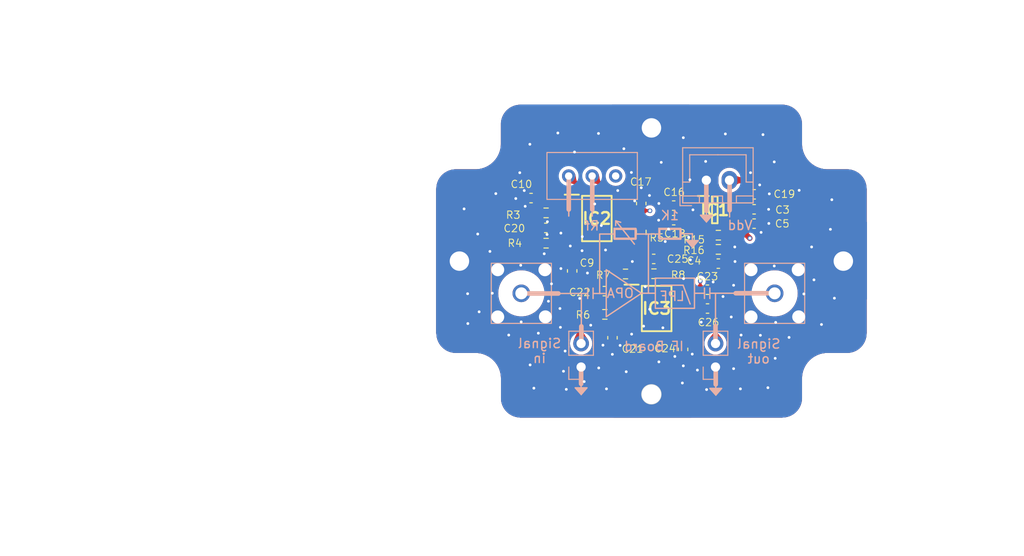
<source format=kicad_pcb>
(kicad_pcb (version 20240108) (generator "pcbnew") (generator_version "8.0")
  (layers (0 "F.Cu" signal) (1 "In1.Cu" signal) (2 "In2.Cu" signal) (31 "B.Cu" signal) (34 "B.Paste" user) (35 "F.Paste" user) (36 "B.SilkS" user "B.Silkscreen") (37 "F.SilkS" user "F.Silkscreen") (38 "B.Mask" user) (39 "F.Mask" user) (44 "Edge.Cuts" user))
  (net 0 "")
  (net 1 "GND")
  (net 2 "Net-(IC2-+IN)")
  (net 3 "/Vcm_IF")
  (net 4 "Net-(J1-Pin_1)")
  (net 5 "Net-(IC3-+INA)")
  (net 6 "Net-(IC1-1IN+)")
  (net 7 "Net-(C22-Pad1)")
  (net 8 "Net-(IC3--INA)")
  (net 9 "Net-(IC3-+IN_B)")
  (net 10 "Net-(C25-Pad2)")
  (net 11 "Net-(IC3--IN_B)")
  (net 12 "Net-(J2-Pin_1)")
  (net 13 "/Vdd")
  (net 16 "Net-(IC2-OUTPUT)")
  (net 17 "Net-(IC2--IN)")
  (footprint "Capacitor_SMD:C_0603_1608Metric" (layer "F.Cu") (at 139.9032 63.9318)
    (property "Reference" "C20")
    (property "Value" "1uf")
  )
  (footprint "Resistor_SMD:R_0603_1608Metric" (layer "F.Cu") (at 139.9286 65.5828 180)
    (property "Reference" "R4")
    (property "Value" "300k")
  )
  (footprint "Capacitor_SMD:C_0603_1608Metric" (layer "F.Cu") (at 150.2156 61.2902 90)
    (property "Reference" "C17")
    (property "Value" "1uf")
  )
  (footprint "Capacitor_SMD:C_0603_1608Metric" (layer "F.Cu") (at 153.7208 63.0936 180)
    (property "Reference" "C18")
    (property "Value" "1uf")
  )
  (footprint "Capacitor_SMD:C_0603_1608Metric" (layer "F.Cu") (at 147.1044 75.806 -90)
    (property "Reference" "C21")
    (property "Value" "1n")
  )
  (footprint "Resistor_SMD:R_0603_1608Metric" (layer "F.Cu") (at 146.2794 73.279)
    (property "Reference" "R6")
    (property "Value" "17.4k")
  )
  (footprint "Resistor_SMD:R_0603_1608Metric" (layer "F.Cu") (at 158.5468 64.7192)
    (property "Reference" "R15")
    (property "Value" "33k")
  )
  (footprint "Resistor_SMD:R_0603_1608Metric" (layer "F.Cu") (at 150.2156 64.4144 -90)
    (property "Reference" "R5")
    (property "Value" "12k")
  )
  (footprint "MUSIC_Lab:DC_SOT95P280X145-5N" (layer "F.Cu") (at 158.1658 61.976)
    (property "Reference" "IC1")
    (property "Value" "MIC7300" (hide yes))
  )
  (footprint "Capacitor_SMD:C_0603_1608Metric" (layer "F.Cu") (at 151.5618 67.2846 180)
    (property "Reference" "C25")
    (property "Value" "7.15n")
  )
  (footprint "Resistor_SMD:R_0603_1608Metric" (layer "F.Cu") (at 148.5138 68.9102)
    (property "Reference" "R7")
    (property "Value" "4.75k")
  )
  (footprint "MUSIC_Lab:OPA2134_SOIC127P600X175-8N" (layer "F.Cu") (at 151.8796 72.644)
    (property "Reference" "IC3")
    (property "Value" "OPA2134UA_2K5" (hide yes))
  )
  (footprint "Capacitor_SMD:C_0603_1608Metric" (layer "F.Cu") (at 146.2278 70.7644)
    (property "Reference" "C22")
    (property "Value" "1.2n")
  )
  (footprint "Resistor_SMD:R_0603_1608Metric" (layer "F.Cu") (at 139.9286 62.3062 180)
    (property "Reference" "R3")
    (property "Value" "1k")
  )
  (footprint "Capacitor_SMD:C_0603_1608Metric" (layer "F.Cu") (at 154.7368 77.0636 -90)
    (property "Reference" "C24")
    (property "Value" "1n")
  )
  (footprint "Capacitor_SMD:C_0603_1608Metric" (layer "F.Cu") (at 153.7208 61.5188 180)
    (property "Reference" "C16")
    (property "Value" "0.1uf")
  )
  (footprint "Capacitor_SMD:C_0603_1608Metric" (layer "F.Cu") (at 162.415 61.9202)
    (property "Reference" "C3")
    (property "Value" "0.1uF")
  )
  (footprint "MUSIC_Lab:OPA134_SOIC127P600X175-8N" (layer "F.Cu") (at 145.415 62.9158)
    (property "Reference" "IC2")
    (property "Value" "OPA134UA" (hide yes))
  )
  (footprint "Capacitor_SMD:C_0603_1608Metric" (layer "F.Cu") (at 157.3784 72.644)
    (property "Reference" "C26")
    (property "Value" "4.7u")
  )
  (footprint "Capacitor_SMD:C_0603_1608Metric" (layer "F.Cu") (at 142.748 68.58 90)
    (property "Reference" "C9")
    (property "Value" "4.7u")
  )
  (footprint "Capacitor_SMD:C_0603_1608Metric" (layer "F.Cu") (at 162.42 60.2996)
    (property "Reference" "C19")
    (property "Value" "4.7uf")
  )
  (footprint "MUSIC_Lab:Outline_3x2_cavity_1.5mm" (layer "F.Cu") (at 81.146252 93.001921)
    (property "Reference" "outline1" (hide yes))
    (property "Value" "~" (hide yes))
    (fp_circle (center 70.163748 -11.081921) (end 70.163748 -12.131921) (stroke (width 0.1)) (fill none) (layer "Edge.Cuts"))
    (fp_poly (pts (arc (start 53.907539 -10.683414) (mid 54.522614 -9.198523) (end 56.007491 -8.583414)) (arc (start 84.347539 -8.583413) (mid 85.832429 -9.198514) (end 86.447539 -10.683401)) (arc (start 86.447539 -12.783401) (mid 87.267035 -14.754369) (end 89.242316 -15.563414)) (arc (start 91.327539 -15.563414) (mid 92.812429 -16.178514) (end 93.427539 -17.663401)) (arc (start 93.427539 -33.319696) (mid 92.806647 -34.794049) (end 91.327491 -35.403414)) (arc (start 89.227491 -35.403414) (mid 87.26178 -36.217689) (end 86.447539 -38.183414)) (arc (start 86.447539 -40.266906) (mid 85.838239 -41.762457) (end 84.347491 -42.383415)) (arc (start 55.994958 -42.383414) (mid 54.518224 -41.763835) (end 53.907539 -40.283401)) (arc (start 53.907539 -38.1834) (mid 53.093262 -36.217681) (end 51.127539 -35.403414)) (arc (start 49.014958 -35.403414) (mid 47.538224 -34.783835) (end 46.927539 -33.303401)) (arc (start 46.927539 -17.663414) (mid 47.542614 -16.178523) (end 49.027491 -15.563414)) (arc (start 51.127391 -15.563414) (mid 53.086569 -14.755788) (end 53.907539 -12.802164))) (stroke (width 0.0001)) (fill none) (layer "Edge.Cuts"))
  )
  (footprint "Capacitor_SMD:C_0603_1608Metric" (layer "F.Cu") (at 162.415 63.4696)
    (property "Reference" "C5")
    (property "Value" "0.1nF")
  )
  (footprint "Resistor_SMD:R_0603_1608Metric" (layer "F.Cu") (at 151.5872 68.8848)
    (property "Reference" "R8")
    (property "Value" "7.5k")
  )
  (footprint "Resistor_SMD:R_0603_1608Metric" (layer "F.Cu") (at 158.5476 66.2534 180)
    (property "Reference" "R16")
    (property "Value" "33k")
  )
  (footprint "Capacitor_SMD:C_0603_1608Metric" (layer "F.Cu") (at 158.5468 67.7926)
    (property "Reference" "C4")
    (property "Value" "1uf")
  )
  (footprint "Capacitor_SMD:C_0603_1608Metric" (layer "F.Cu") (at 138.303 60.706 180)
    (property "Reference" "C10")
    (property "Value" "1uf")
  )
  (footprint "Capacitor_SMD:C_0603_1608Metric" (layer "F.Cu") (at 157.366 70.612)
    (property "Reference" "C23")
    (property "Value" "1uf")
  )
  (footprint "MUSIC_Lab:SMA_KHD_Back" (layer "B.Cu") (at 137.2516 71.003 180)
    (property "Reference" "J1" (hide yes))
    (property "Value" "Conn_01x02_Pin")
  )
  (footprint "Potentiometer_THT:Potentiometer_Bourns_3296W_Vertical" (layer "B.Cu") (at 147.447 58.3184)
    (property "Reference" "RV2" (hide yes))
    (property "Value" "R_Potentiometer")
  )
  (footprint "Connector_PinHeader_2.54mm:PinHeader_1x02_P2.54mm_Vertical" (layer "B.Cu") (at 143.7132 78.9686)
    (property "Reference" "J4" (hide yes))
    (property "Value" "Conn_01x02_Pin")
  )
  (footprint "MUSIC_Lab:SMA_KHD_Back" (layer "B.Cu") (at 164.6328 71.003 180)
    (property "Reference" "J2" (hide yes))
    (property "Value" "Conn_01x02_Pin")
  )
  (footprint "Connector_PinHeader_2.54mm:PinHeader_1x02_P2.54mm_Vertical" (layer "B.Cu") (at 158.242 78.9686)
    (property "Reference" "J5" (hide yes))
    (property "Value" "Conn_01x02_Pin")
  )
  (footprint "Connector_JST:JST_XH_B2B-XH-A_1x02_P2.50mm_Vertical" (layer "B.Cu") (at 157.2514 58.7756)
    (property "Reference" "J3" (hide yes))
    (property "Value" "Conn_01x02_Pin")
  )
  (gr_line (start 158.242 71.0184) (end 158.242 74.549) (stroke (width 0.15)) (layer "B.SilkS"))
  (gr_line (start 149.479 65.6844) (end 147.4851 63.1952) (stroke (width 0.15)) (layer "B.SilkS"))
  (gr_line (start 145.0086 71.5576) (end 145.0086 70.4342) (stroke (width 0.15)) (layer "B.SilkS"))
  (gr_poly (pts (xy 144.349539 81.2165) (xy 143.075161 81.2165) (xy 143.724844 81.941146)) (stroke (width 0.15)) (fill solid) (layer "B.SilkS"))
  (gr_line (start 159.766 62.0268) (end 159.766 62.738) (stroke (width 0.15)) (layer "B.SilkS"))
  (gr_line (start 142.38 58.511) (end 142.38 61.94) (stroke (width 0.5)) (layer "B.SilkS"))
  (gr_line (start 157.2514 58.6486) (end 157.2514 62.0776) (stroke (width 0.5)) (layer "B.SilkS"))
  (gr_line (start 144.399 71.0184) (end 138.2649 71.0184) (stroke (width 0.15)) (layer "B.SilkS"))
  (gr_rect (start 151.7396 69.361667) (end 155.967467 72.624334) (stroke (width 0.15)) (fill none) (layer "B.SilkS"))
  (gr_line (start 147.2946 64.5922) (end 145.7198 64.5922) (stroke (width 0.15)) (layer "B.SilkS"))
  (gr_poly (pts (xy 158.903739 81.28) (xy 157.629361 81.28) (xy 158.279044 82.004646)) (stroke (width 0.15)) (fill solid) (layer "B.SilkS"))
  (gr_line (start 160.4264 70.993001) (end 164.592 70.993001) (stroke (width 0.5)) (layer "B.SilkS"))
  (gr_line (start 146.431 71.0184) (end 145.0086 71.0184) (stroke (width 0.15)) (layer "B.SilkS"))
  (gr_line (start 143.7386 74.5744) (end 143.7386 76.4032) (stroke (width 0.5)) (layer "B.SilkS"))
  (gr_rect (start 152.1714 64.0334) (end 154.4574 65.1002) (stroke (width 0.25)) (fill none) (layer "B.SilkS"))
  (gr_line (start 164.592 70.993001) (end 157.6578 70.993001) (stroke (width 0.15)) (layer "B.SilkS"))
  (gr_line (start 155.74406 64.5668) (end 154.4574 64.5668) (stroke (width 0.15)) (layer "B.SilkS"))
  (gr_line (start 142.38 61.94) (end 142.38 62.6512) (stroke (width 0.15)) (layer "B.SilkS"))
  (gr_poly (pts (xy 146.431 68.453) (xy 150.241 70.993) (xy 146.431 73.533)) (stroke (width 0.15)) (fill none) (layer "B.SilkS"))
  (gr_poly (pts (xy 157.887739 62.5602) (xy 156.613361 62.5602) (xy 157.263044 63.284846)) (stroke (width 0.15)) (fill solid) (layer "B.SilkS"))
  (gr_rect (start 147.32 64.0334) (end 149.606 65.1002) (stroke (width 0.25)) (fill none) (layer "B.SilkS"))
  (gr_line (start 159.766 58.5978) (end 159.766 62.0268) (stroke (width 0.5)) (layer "B.SilkS"))
  (gr_line (start 150.9903 64.6176) (end 150.9903 70.993) (stroke (width 0.15)) (layer "B.SilkS"))
  (gr_line (start 154.7368 70.123667) (end 152.3238 70.123667) (stroke (width 0.15)) (layer "B.SilkS"))
  (gr_line (start 147.447 63.6778) (end 147.4597 63.1698) (stroke (width 0.15)) (layer "B.SilkS"))
  (gr_poly (pts (xy 156.380399 65.3034) (xy 155.106021 65.3034) (xy 155.755704 66.028046)) (stroke (width 0.15)) (fill solid) (layer "B.SilkS"))
  (gr_line (start 144.92 58.5154) (end 144.92 61.9444) (stroke (width 0.5)) (layer "B.SilkS"))
  (gr_line (start 152.146 64.5922) (end 149.6822 64.5922) (stroke (width 0.15)) (layer "B.SilkS"))
  (gr_line (start 147.9931 63.3222) (end 147.4597 63.1698) (stroke (width 0.15)) (layer "B.SilkS"))
  (gr_line (start 155.4988 72.155667) (end 154.7368 70.123667) (stroke (width 0.15)) (layer "B.SilkS"))
  (gr_line (start 155.74406 64.5668) (end 155.74406 65.514437) (stroke (width 0.15)) (layer "B.SilkS"))
  (gr_line (start 158.2674 79.0194) (end 158.2674 80.8482) (stroke (width 0.5)) (layer "B.SilkS"))
  (gr_line (start 151.7396 70.993) (end 150.241 70.993) (stroke (width 0.15)) (layer "B.SilkS"))
  (gr_line (start 158.242 74.549) (end 158.242 76.3778) (stroke (width 0.5)) (layer "B.SilkS"))
  (gr_line (start 137.3124 71.0184) (end 141.2494 71.0184) (stroke (width 0.5)) (layer "B.SilkS"))
  (gr_line (start 157.0482 71.5576) (end 157.0482 70.4342) (stroke (width 0.15)) (layer "B.SilkS"))
  (gr_line (start 158.2674 80.8482) (end 158.2674 81.28) (stroke (width 0.15)) (layer "B.SilkS"))
  (gr_line (start 144.92 61.9444) (end 144.92 62.6556) (stroke (width 0.15)) (layer "B.SilkS"))
  (gr_line (start 145.7198 64.6176) (end 145.7198 71.0184) (stroke (width 0.15)) (layer "B.SilkS"))
  (gr_line (start 143.7132 80.7847) (end 143.7132 81.2165) (stroke (width 0.15)) (layer "B.SilkS"))
  (gr_line (start 143.7386 71.0438) (end 143.7386 74.5744) (stroke (width 0.15)) (layer "B.SilkS"))
  (gr_line (start 155.9814 70.9959) (end 157.0482 70.9959) (stroke (width 0.15)) (layer "B.SilkS"))
  (gr_line (start 144.4244 71.5576) (end 144.4244 70.4342) (stroke (width 0.15)) (layer "B.SilkS"))
  (gr_line (start 157.2514 62.0522) (end 157.2514 62.7634) (stroke (width 0.15)) (layer "B.SilkS"))
  (gr_line (start 143.7132 78.9559) (end 143.7132 80.7847) (stroke (width 0.5)) (layer "B.SilkS"))
  (gr_line (start 157.6324 71.5576) (end 157.6324 70.4342) (stroke (width 0.15)) (layer "B.SilkS"))
  (gr_text "LPF" (at 154.9908 71.901667 0) (layer "B.SilkS") (effects (font (size 1 1)) (justify left bottom mirror)))
  (gr_text "OPA" (at 149.5044 71.5772 0) (layer "B.SilkS") (effects (font (size 1 1)) (justify left bottom mirror)))
  (gr_text "Signal\nout" (at 162.9156 78.6638 0) (layer "B.SilkS") (effects (font (size 1 1)) (justify bottom mirror)))
  (gr_text "1K" (at 154.3812 63.1698 0) (layer "B.SilkS") (effects (font (size 1 1)) (justify left bottom mirror)))
  (gr_text "Rf" (at 145.76 64.29 0) (layer "B.SilkS") (effects (font (size 1 1)) (justify left bottom mirror)))
  (gr_text "IF Board" (at 151.59 77.32 0) (layer "B.SilkS") (effects (font (size 1 1)) (justify bottom mirror)))
  (gr_text "Signal\nin" (at 139.2174 78.613 0) (layer "B.SilkS") (effects (font (size 1 1)) (justify bottom mirror)))
  (gr_text "Vdd" (at 162.3314 64.2366 0) (layer "B.SilkS") (effects (font (size 1 1)) (justify left bottom mirror)))
  (via (at 152.5524 74.7268) (size 0.5) (drill 0.3) (layers "F.Cu" "B.Cu") (net 1))
  (via (at 159.3088 53.7718) (size 0.5) (drill 0.3) (layers "F.Cu" "B.Cu") (net 1))
  (via (at 131.4704 74.2696) (size 0.5) (drill 0.3) (layers "F.Cu" "B.Cu") (net 1))
  (via (at 152.1206 61.2902) (size 0.5) (drill 0.3) (layers "F.Cu" "B.Cu") (net 1))
  (via (at 171.0944 71.5264) (size 0.5) (drill 0.3) (layers "F.Cu" "B.Cu") (net 1))
  (via (at 137.5664 59.8932) (size 0.5) (drill 0.3) (layers "F.Cu" "B.Cu") (net 1))
  (via (at 137.668 61.595) (size 0.5) (drill 0.3) (layers "F.Cu" "B.Cu") (net 1))
  (via (at 145.5928 53.721) (size 0.5) (drill 0.3) (layers "F.Cu" "B.Cu") (net 1))
  (via (at 141.8082 79.4258) (size 0.5) (drill 0.3) (layers "F.Cu" "B.Cu") (net 1))
  (via (at 160.3502 67.564) (size 0.5) (drill 0.3) (layers "F.Cu" "B.Cu") (net 1))
  (via (at 141.5288 68.326) (size 0.5) (drill 0.3) (layers "F.Cu" "B.Cu") (net 1))
  (via (at 167.7924 71.0692) (size 0.5) (drill 0.3) (layers "F.Cu" "B.Cu") (net 1))
  (via (at 144.399 68.8086) (size 0.5) (drill 0.3) (layers "F.Cu" "B.Cu") (net 1))
  (via (at 156.2862 79.2988) (size 0.5) (drill 0.3) (layers "F.Cu" "B.Cu") (net 1))
  (via (at 138.176 54.8894) (size 0.5) (drill 0.3) (layers "F.Cu" "B.Cu") (net 1))
  (via (at 143.002 55.7276) (size 0.5) (drill 0.3) (layers "F.Cu" "B.Cu") (net 1))
  (via (at 155.3464 64.9478) (size 0.5) (drill 0.3) (layers "F.Cu" "B.Cu") (net 1))
  (via (at 168.8846 69.5452) (size 0.5) (drill 0.3) (layers "F.Cu" "B.Cu") (net 1))
  (via (at 149.2504 67.564) (size 0.5) (drill 0.3) (layers "F.Cu" "B.Cu") (net 1))
  (via (at 161.0106 75.5142) (size 0.5) (drill 0.3) (layers "F.Cu" "B.Cu") (net 1))
  (via (at 168.6306 65.9892) (size 0.5) (drill 0.3) (layers "F.Cu" "B.Cu") (net 1))
  (via (at 149.1488 57.9374) (size 0.5) (drill 0.3) (layers "F.Cu" "B.Cu") (net 1))
  (via (at 140.0302 64.643) (size 0.5) (drill 0.3) (layers "F.Cu" "B.Cu") (net 1))
  (via (at 147.9296 76.6318) (size 0.5) (drill 0.3) (layers "F.Cu" "B.Cu") (net 1))
  (via (at 140.1826 71.8566) (size 0.5) (drill 0.3) (layers "F.Cu" "B.Cu") (net 1))
  (via (at 132.5372 64.5922) (size 0.5) (drill 0.3) (layers "F.Cu" "B.Cu") (net 1))
  (via (at 145.6182 79.0702) (size 0.5) (drill 0.3) (layers "F.Cu" "B.Cu") (net 1))
  (via (at 152.1206 78.4098) (size 0.5) (drill 0.3) (layers "F.Cu" "B.Cu") (net 1))
  (via (at 155.7274 77.5716) (size 0.5) (drill 0.3) (layers "F.Cu" "B.Cu") (net 1))
  (via (at 140.5128 69.977) (size 0.5) (drill 0.3) (layers "F.Cu" "B.Cu") (net 1))
  (via (at 145.8976 63.6778) (size 0.5) (drill 0.3) (layers "F.Cu" "B.Cu") (net 1))
  (via (at 151.13 72.7202) (size 0.5) (drill 0.3) (layers "F.Cu" "B.Cu") (net 1))
  (via (at 148.59 79.4766) (size 0.5) (drill 0.3) (layers "F.Cu" "B.Cu") (net 1))
  (via (at 149.1742 75.4126) (size 0.5) (drill 0.3) (layers "F.Cu" "B.Cu") (net 1))
  (via (at 140.068436 63.259806) (size 0.5) (drill 0.3) (layers "F.Cu" "B.Cu") (net 1))
  (via (at 137.2362 74.0918) (size 0.5) (drill 0.3) (layers "F.Cu" "B.Cu") (net 1))
  (via (at 147.6756 59.8932) (size 0.5) (drill 0.3) (layers "F.Cu" "B.Cu") (net 1))
  (via (at 141.986 77.2414) (size 0.5) (drill 0.3) (layers "F.Cu" "B.Cu") (net 1))
  (via (at 144.0434 80.5434) (size 0.5) (drill 0.3) (layers "F.Cu" "B.Cu") (net 1))
  (via (at 137.1854 67.9704) (size 0.5) (drill 0.3) (layers "F.Cu" "B.Cu") (net 1))
  (via (at 155.5242 67.3862) (size 0.5) (drill 0.3) (layers "F.Cu" "B.Cu") (net 1))
  (via (at 135.89 75.5142) (size 0.5) (drill 0.3) (layers "F.Cu" "B.Cu") (net 1))
  (via (at 160.9344 81.3308) (size 0.5) (drill 0.3) (layers "F.Cu" "B.Cu") (net 1))
  (via (at 164.7444 74.1426) (size 0.5) (drill 0.3) (layers "F.Cu" "B.Cu") (net 1))
  (via (at 150.2156 59.5884) (size 0.5) (drill 0.3) (layers "F.Cu" "B.Cu") (net 1))
  (via (at 144.7546 74.4474) (size 0.5) (drill 0.3) (layers "F.Cu" "B.Cu") (net 1))
  (via (at 143.8148 66.3956) (size 0.5) (drill 0.3) (layers "F.Cu" "B.Cu") (net 1))
  (via (at 134.493 60.2234) (size 0.5) (drill 0.3) (layers "F.Cu" "B.Cu") (net 1))
  (via (at 169.6974 74.3712) (size 0.5) (drill 0.3) (layers "F.Cu" "B.Cu") (net 1))
  (via (at 138.6078 81.2546) (size 0.5) (drill 0.3) (layers "F.Cu" "B.Cu") (net 1))
  (via (at 160.3248 65.9892) (size 0.5) (drill 0.3) (layers "F.Cu" "B.Cu") (net 1))
  (via (at 155.8036 61.976) (size 0.5) (drill 0.3) (layers "F.Cu" "B.Cu") (net 1))
  (via (at 152.3746 56.8452) (size 0.5) (drill 0.3) (layers "F.Cu" "B.Cu") (net 1))
  (via (at 141.4272 72.644) (size 0.5) (drill 0.3) (layers "F.Cu" "B.Cu") (net 1))
  (via (at 159.0548 71.3486) (size 0.5) (drill 0.3) (layers "F.Cu" "B.Cu") (net 1))
  (via (at 141.1986 53.6702) (size 0.5) (drill 0.3) (layers "F.Cu" "B.Cu") (net 1))
  (via (at 151.1046 60.4266) (size 0.5) (drill 0.3) (layers "F.Cu" "B.Cu") (net 1))
  (via (at 139.0904 75.311) (size 0.5) (drill 0.3) (layers "F.Cu" "B.Cu") (net 1))
  (via (at 150.4696 74.549) (size 0.5) (drill 0.3) (layers "F.Cu" "B.Cu") (net 1))
  (via (at 164.592 56.7944) (size 0.5) (drill 0.3) (layers "F.Cu" "B.Cu") (net 1))
  (via (at 164.0078 63.4492) (size 0.5) (drill 0.3) (layers "F.Cu" "B.Cu") (net 1))
  (via (at 136.652 60.7568) (size 0.5) (drill 0.3) (layers "F.Cu" "B.Cu") (net 1))
  (via (at 164.0586 60.2488) (size 0.5) (drill 0.3) (layers "F.Cu" "B.Cu") (net 1))
  (via (at 154.6606 80.6958) (size 0.5) (drill 0.3) (layers "F.Cu" "B.Cu") (net 1))
  (via (at 163.0934 75.5396) (size 0.5) (drill 0.3) (layers "F.Cu" "B.Cu") (net 1))
  (via (at 153.8478 77.8256) (size 0.5) (drill 0.3) (layers "F.Cu" "B.Cu") (net 1))
  (via (at 152.8064 65.405) (size 0.5) (drill 0.3) (layers "F.Cu" "B.Cu") (net 1))
  (via (at 164.6936 78.0288) (size 0.5) (drill 0.3) (layers "F.Cu" "B.Cu") (net 1))
  (via (at 163.3728 53.848) (size 0.5) (drill 0.3) (layers "F.Cu" "B.Cu") (net 1))
  (via (at 142.5448 65.8876) (size 0.5) (drill 0.3) (layers "F.Cu" "B.Cu") (net 1))
  (via (at 137.0838 57.9628) (size 0.5) (drill 0.3) (layers "F.Cu" "B.Cu") (net 1))
  (via (at 148.336 55.372) (size 0.5) (drill 0.3) (layers "F.Cu" "B.Cu") (net 1))
  (via (at 154.7876 69.4182) (size 0.5) (drill 0.3) (layers "F.Cu" "B.Cu") (net 1))
  (via (at 149.5044 61.0108) (size 0.5) (drill 0.3) (layers "F.Cu" "B.Cu") (net 1))
  (via (at 166.1922 75.7682) (size 0.5) (drill 0.3) (layers "F.Cu" "B.Cu") (net 1))
  (via (at 157.988 69.7738) (size 0.5) (drill 0.3) (layers "F.Cu" "B.Cu") (net 1))
  (via (at 156.6926 74.1172) (size 0.5) (drill 0.3) (layers "F.Cu" "B.Cu") (net 1))
  (via (at 163.1696 64.4144) (size 0.5) (drill 0.3) (layers "F.Cu" "B.Cu") (net 1))
  (via (at 152.0952 63.0936) (size 0.5) (drill 0.3) (layers "F.Cu" "B.Cu") (net 1))
  (via (at 153.162 64.0588) (size 0.5) (drill 0.3) (layers "F.Cu" "B.Cu") (net 1))
  (via (at 155.4734 58.7248) (size 0.5) (drill 0.3) (layers "F.Cu" "B.Cu") (net 1))
  (via (at 146.0754 76.6064) (size 0.5) (drill 0.3) (layers "F.Cu" "B.Cu") (net 1))
  (via (at 160.1978 70.1294) (size 0.5) (drill 0.3) (layers "F.Cu" "B.Cu") (net 1))
  (via (at 142.113 81.3816) (size 0.5) (drill 0.3) (layers "F.Cu" "B.Cu") (net 1))
  (via (at 131.064 61.8744) (size 0.5) (drill 0.3) (layers "F.Cu" "B.Cu") (net 1))
  (via (at 138.2014 78.74) (size 0.5) (drill 0.3) (layers "F.Cu" "B.Cu") (net 1))
  (via (at 163.9062 81.2038) (size 0.5) (drill 0.3) (layers "F.Cu" "B.Cu") (net 1))
  (via (at 132.6896 72.9996) (size 0.5) (drill 0.3) (layers "F.Cu" "B.Cu") (net 1))
  (via (at 167.2844 59.8678) (size 0.5) (drill 0.3) (layers "F.Cu" "B.Cu") (net 1))
  (via (at 143.8402 64.8716) (size 0.5) (drill 0.3) (layers "F.Cu" "B.Cu") (net 1))
  (via (at 163.9824 61.9252) (size 0.5) (drill 0.3) (layers "F.Cu" "B.Cu") (net 1))
  (via (at 154.7622 78.8416) (size 0.5) (drill 0.3) (layers "F.Cu" "B.Cu") (net 1))
  (via (at 162.0266 57.9628) (size 0.5) (drill 0.3) (layers "F.Cu" "B.Cu") (net 1))
  (via (at 160.1978 79.1464) (size 0.5) (drill 0.3) (layers "F.Cu" "B.Cu") (net 1))
  (via (at 170.815 60.8838) (size 0.5) (drill 0.3) (layers "F.Cu" "B.Cu") (net 1))
  (via (at 134.112 70.993) (size 0.5) (drill 0.3) (layers "F.Cu" "B.Cu") (net 1))
  (via (at 164.592 68.0466) (size 0.5) (drill 0.3) (layers "F.Cu" "B.Cu") (net 1))
  (via (at 170.6626 64.0842) (size 0.5) (drill 0.3) (layers "F.Cu" "B.Cu") (net 1))
  (via (at 131.445 71.0438) (size 0.5) (drill 0.3) (layers "F.Cu" "B.Cu") (net 1))
  (via (at 146.3548 66.3194) (size 0.5) (drill 0.3) (layers "F.Cu" "B.Cu") (net 1))
  (via (at 157.1752 56.7436) (size 0.5) (drill 0.3) (layers "F.Cu" "B.Cu") (net 1))
  (via (at 143.5608 71.5518) (size 0.5) (drill 0.3) (layers "F.Cu" "B.Cu") (net 1))
  (via (at 159.9438 73.5584) (size 0.5) (drill 0.3) (layers "F.Cu" "B.Cu") (net 1))
  (via (at 139.7254 66.7258) (size 0.5) (drill 0.3) (layers "F.Cu" "B.Cu") (net 1))
  (via (at 154.7622 54.1782) (size 0.5) (drill 0.3) (layers "F.Cu" "B.Cu") (net 1))
  (via (at 141.5288 64.4906) (size 0.5) (drill 0.3) (layers "F.Cu" "B.Cu") (net 1))
  (via (at 157.2768 81.407) (size 0.5) (drill 0.3) (layers "F.Cu" "B.Cu") (net 1))
  (via (at 146.4564 81.3308) (size 0.5) (drill 0.3) (layers "F.Cu" "B.Cu") (net 1))
  (via (at 133.858 66.4718) (size 0.5) (drill 0.3) (layers "F.Cu" "B.Cu") (net 1))
  (via (at 150.6474 70.2818) (size 0.5) (drill 0.3) (layers "F.Cu" "B.Cu") (net 1))
  (via (at 147.0914 77.597) (size 0.5) (drill 0.3) (layers "F.Cu" "B.Cu") (net 1))
  (via (at 141.478 74.676) (size 0.5) (drill 0.3) (layers "F.Cu" "B.Cu") (net 1))
  (via (at 145.1864 61.341) (size 0.5) (drill 0.3) (layers "F.Cu" "B.Cu") (net 1))
  (via (at 163.0172 59.2836) (size 0.5) (drill 0.3) (layers "F.Cu" "B.Cu") (net 1))
  (segment (start 140.7536 65.8106) (end 142.748 67.805) (width 0.35) (layer "F.Cu") (net 2))
  (segment (start 140.7536 65.5828) (end 140.7536 65.8106) (width 0.35) (layer "F.Cu") (net 2))
  (segment (start 143.2371 67.805) (end 142.748 67.805) (width 0.35) (layer "F.Cu") (net 2))
  (segment (start 144.329299 67.201899) (end 144.072045 67.459154) (width 0.35) (layer "F.Cu") (net 2))
  (segment (start 144.9324 65.745887) (end 144.9324 64.808254) (width 0.35) (layer "F.Cu") (net 2))
  (segment (start 143.674945 63.5508) (end 142.704 63.5508) (width 0.35) (layer "F.Cu") (net 2))
  (arc (start 144.5641 63.9191) (mid 144.156152 63.646518) (end 143.674945 63.5508) (width 0.35) (layer "F.Cu") (net 2))
  (arc (start 144.5641 63.9191) (mid 144.836681 64.327047) (end 144.9324 64.808254) (width 0.35) (layer "F.Cu") (net 2))
  (arc (start 144.072045 67.459154) (mid 143.688969 67.715117) (end 143.2371 67.805) (width 0.35) (layer "F.Cu") (net 2))
  (arc (start 144.9324 65.745887) (mid 144.775659 66.533875) (end 144.329299 67.201899) (width 0.35) (layer "F.Cu") (net 2))
  (segment (start 158.287165 62.097365) (end 159.1158 62.926) (width 0.25) (layer "F.Cu") (net 3))
  (segment (start 158.0896 61.6204) (end 158.0896 61.563738) (width 0.25) (layer "F.Cu") (net 3))
  (segment (start 140.265299 57.803899) (end 139.684273 58.384926) (width 0.35) (layer "F.Cu") (net 3))
  (segment (start 139.1036 62.3062) (end 139.1036 60.7316) (width 0.35) (layer "F.Cu") (net 3))
  (segment (start 154.4958 61.5188) (end 154.4958 63.0936) (width 0.25) (layer "F.Cu") (net 3))
  (segment (start 139.1282 63.9318) (end 139.1282 62.3308) (width 0.35) (layer "F.Cu") (net 3))
  (segment (start 156.9158 61.026) (end 154.9886 61.026) (width 0.25) (layer "F.Cu") (net 3))
  (segment (start 159.4158 62.926) (end 159.1158 62.926) (width 0.25) (layer "F.Cu") (net 3))
  (segment (start 139.1036 60.7316) (end 139.078 60.706) (width 0.35) (layer "F.Cu") (net 3))
  (segment (start 151.199792 58.210392) (end 154.4958 61.5064) (width 0.35) (layer "F.Cu") (net 3))
  (segment (start 139.1282 62.3308) (end 139.1036 62.3062) (width 0.35) (layer "F.Cu") (net 3))
  (segment (start 154.4958 61.5064) (end 154.4958 61.5188) (width 0.35) (layer "F.Cu") (net 3))
  (segment (start 139.078 59.8486) (end 139.078 60.706) (width 0.35) (layer "F.Cu") (net 3))
  (segment (start 139.1036 65.5828) (end 139.1036 63.9564) (width 0.35) (layer "F.Cu") (net 3))
  (segment (start 157.551861 61.026) (end 156.9158 61.026) (width 0.25) (layer "F.Cu") (net 3))
  (segment (start 143.131695 56.6166) (end 147.352036 56.6166) (width 0.35) (layer "F.Cu") (net 3))
  (segment (start 154.9886 61.026) (end 154.4958 61.5188) (width 0.25) (layer "F.Cu") (net 3))
  (segment (start 139.1036 63.9564) (end 139.1282 63.9318) (width 0.35) (layer "F.Cu") (net 3))
  (arc (start 157.9321 61.1835) (mid 157.757644 61.066932) (end 157.551861 61.026) (width 0.25) (layer "F.Cu") (net 3))
  (arc (start 151.199792 58.210392) (mid 149.434426 57.030813) (end 147.352036 56.6166) (width 0.35) (layer "F.Cu") (net 3))
  (arc (start 139.684273 58.384926) (mid 139.235565 59.056465) (end 139.078 59.8486) (width 0.35) (layer "F.Cu") (net 3))
  (arc (start 143.131695 56.6166) (mid 141.580413 56.925168) (end 140.265299 57.803899) (width 0.35) (layer "F.Cu") (net 3))
  (arc (start 158.0896 61.6204) (mid 158.140945 61.878531) (end 158.287165 62.097365) (width 0.25) (layer "F.Cu") (net 3))
  (arc (start 157.9321 61.1835) (mid 158.048667 61.357954) (end 158.0896 61.563738) (width 0.25) (layer "F.Cu") (net 3))
  (segment (start 139.934688 71.003) (end 140.479457 71.002998) (width 0.35) (layer "F.Cu") (net 4))
  (segment (start 143.5608 74.87) (end 143.5608 76.2762) (width 0.25) (layer "F.Cu") (net 4))
  (segment (start 143.7132 76.4286) (end 143.5608 76.2762) (width 0.25) (layer "F.Cu") (net 4))
  (segment (start 141.924 71.827) (end 142.566466 72.469466) (width 0.25) (layer "F.Cu") (net 4))
  (segment (start 141.924 70.179) (end 142.748 69.355) (width 0.35) (layer "F.Cu") (net 4))
  (segment (start 141.924 71.827) (end 141.538781 71.441781) (width 0.35) (layer "F.Cu") (net 4))
  (segment (start 139.934688 71.003) (end 140.281486 71.003001) (width 0.35) (layer "F.Cu") (net 4))
  (segment (start 139.934688 71.003) (end 137.2516 71.003) (width 0.35) (layer "F.Cu") (net 4))
  (segment (start 141.924 70.179) (end 141.317461 70.785539) (width 0.35) (layer "F.Cu") (net 4))
  (segment (start 141.924 70.179) (end 141.678768 70.424232) (width 0.35) (layer "F.Cu") (net 4))
  (segment (start 141.924 71.827) (end 141.317461 71.220461) (width 0.35) (layer "F.Cu") (net 4))
  (arc (start 141.538781 71.441781) (mid 141.052759 71.117032) (end 140.479457 71.002998) (width 0.35) (layer "F.Cu") (net 4))
  (arc (start 141.317461 70.785539) (mid 141.227386 71.003) (end 141.317461 71.220461) (width 0.35) (layer "F.Cu") (net 4))
  (arc (start 140.281486 71.003001) (mid 141.037689 70.852585) (end 141.678768 70.424232) (width 0.35) (layer "F.Cu") (net 4))
  (arc (start 142.566466 72.469466) (mid 143.302381 73.57084) (end 143.5608 74.87) (width 0.25) (layer "F.Cu") (net 4))
  (segment (start 149.1676 73.279) (end 147.1044 73.279) (width 0.2) (layer "F.Cu") (net 5))
  (segment (start 147.1044 73.279) (end 147.1044 75.031) (width 0.2) (layer "F.Cu") (net 5))
  (segment (start 157.7218 64.7192) (end 157.7218 63.732) (width 0.25) (layer "F.Cu") (net 6))
  (segment (start 157.7718 67.7926) (end 157.7718 64.7692) (width 0.25) (layer "F.Cu") (net 6))
  (segment (start 157.7718 64.7692) (end 157.7218 64.7192) (width 0.25) (layer "F.Cu") (net 6))
  (segment (start 157.7218 63.732) (end 156.9158 62.926) (width 0.25) (layer "F.Cu") (net 6))
  (segment (start 145.4528 69.9454) (end 145.4528 70.7644) (width 0.2) (layer "F.Cu") (net 7))
  (segment (start 146.03192 68.547279) (end 147.238957 67.340242) (width 0.2) (layer "F.Cu") (net 7))
  (segment (start 145.4544 73.279) (end 145.4544 70.766) (width 0.25) (layer "F.Cu") (net 7))
  (segment (start 148.734042 66.720957) (end 150.2156 65.2394) (width 0.2) (layer "F.Cu") (net 7))
  (segment (start 145.4544 70.766) (end 145.4528 70.7644) (width 0.25) (layer "F.Cu") (net 7))
  (arc (start 148.734042 66.720957) (mid 148.391066 66.950126) (end 147.9865 67.0306) (width 0.2) (layer "F.Cu") (net 7))
  (arc (start 146.03192 68.547279) (mid 145.603308 69.188742) (end 145.4528 69.9454) (width 0.2) (layer "F.Cu") (net 7))
  (arc (start 147.9865 67.0306) (mid 147.581932 67.111073) (end 147.238957 67.340242) (width 0.2) (layer "F.Cu") (net 7))
  (segment (start 147.0028 70.7644) (end 147.8788 70.7644) (width 0.2) (layer "F.Cu") (net 8))
  (segment (start 147.6888 70.7522) (end 147.701 70.7644) (width 0.2) (layer "F.Cu") (net 8))
  (segment (start 149.1676 70.739) (end 149.1676 72.009) (width 0.2) (layer "F.Cu") (net 8))
  (segment (start 149.1422 70.7644) (end 149.1676 70.739) (width 0.2) (layer "F.Cu") (net 8))
  (segment (start 147.8788 70.7644) (end 149.1422 70.7644) (width 0.2) (layer "F.Cu") (net 8))
  (segment (start 147.6888 68.9102) (end 147.6888 70.7522) (width 0.2) (layer "F.Cu") (net 8))
  (segment (start 147.701 70.7644) (end 147.8788 70.7644) (width 0.2) (layer "F.Cu") (net 8))
  (segment (start 152.4254 71.597924) (end 152.4254 68.898) (width 0.2) (layer "F.Cu") (net 9))
  (segment (start 154.5916 74.549) (end 154.7368 74.6942) (width 0.2) (layer "F.Cu") (net 9))
  (segment (start 154.7368 74.6942) (end 154.7368 76.2886) (width 0.2) (layer "F.Cu") (net 9))
  (segment (start 153.28975 73.68465) (end 154.1541 74.549) (width 0.2) (layer "F.Cu") (net 9))
  (segment (start 152.4122 68.8848) (end 152.4254 68.898) (width 0.2) (layer "F.Cu") (net 9))
  (segment (start 154.1541 74.549) (end 154.5916 74.549) (width 0.2) (layer "F.Cu") (net 9))
  (arc (start 152.4254 71.597924) (mid 152.650037 72.727252) (end 153.28975 73.68465) (width 0.2) (layer "F.Cu") (net 9))
  (segment (start 150.7368 68.9102) (end 150.7622 68.8848) (width 0.2) (layer "F.Cu") (net 10))
  (segment (start 149.3388 68.9102) (end 150.7368 68.9102) (width 0.2) (layer "F.Cu") (net 10))
  (segment (start 150.7622 68.8848) (end 150.7622 67.3092) (width 0.2) (layer "F.Cu") (net 10))
  (segment (start 150.7622 67.3092) (end 150.7868 67.2846) (width 0.2) (layer "F.Cu") (net 10))
  (segment (start 154.6678 72.644) (end 154.5916 72.7202) (width 0.25) (layer "F.Cu") (net 11))
  (segment (start 153.3144 71.705476) (end 153.3144 68.953467) (width 0.25) (layer "F.Cu") (net 11))
  (segment (start 152.8256 67.7734) (end 152.3368 67.2846) (width 0.25) (layer "F.Cu") (net 11))
  (segment (start 154.5916 72.7202) (end 154.5916 72.009) (width 0.6) (layer "F.Cu") (net 11))
  (segment (start 154.5916 73.279) (end 154.5916 72.7202) (width 0.6) (layer "F.Cu") (net 11))
  (segment (start 156.6034 72.644) (end 154.6678 72.644) (width 0.25) (layer "F.Cu") (net 11))
  (segment (start 153.617923 72.009) (end 154.5916 72.009) (width 0.25) (layer "F.Cu") (net 11))
  (arc (start 153.3144 71.705476) (mid 153.337504 71.821629) (end 153.4033 71.9201) (width 0.25) (layer "F.Cu") (net 11))
  (arc (start 152.8256 67.7734) (mid 153.187365 68.314819) (end 153.3144 68.953467) (width 0.25) (layer "F.Cu") (net 11))
  (arc (start 153.4033 71.9201) (mid 153.501769 71.985895) (end 153.617923 72.009) (width 0.25) (layer "F.Cu") (net 11))
  (segment (start 158.242 72.7326) (end 158.1534 72.644) (width 0.25) (layer "F.Cu") (net 12))
  (segment (start 162.008562 71.003) (end 164.6328 71.003) (width 0.25) (layer "F.Cu") (net 12))
  (segment (start 158.6803 72.644) (end 158.1534 72.644) (width 0.25) (layer "F.Cu") (net 12))
  (segment (start 158.242 76.4286) (end 158.242 72.7326) (width 0.25) (layer "F.Cu") (net 12))
  (segment (start 160.027699 71.823499) (end 159.579774 72.271425) (width 0.25) (layer "F.Cu") (net 12))
  (arc (start 162.008562 71.003) (mid 160.936526 71.21624) (end 160.027699 71.823499) (width 0.25) (layer "F.Cu") (net 12))
  (arc (start 159.579774 72.271425) (mid 159.167091 72.54717) (end 158.6803 72.644) (width 0.25) (layer "F.Cu") (net 12))
  (segment (start 150 62.2808) (end 150.2156 62.0652) (width 0.25) (layer "F.Cu") (net 13))
  (segment (start 161.4043 64.5033) (end 161.1884 64.7192) (width 0.6) (layer "F.Cu") (net 13))
  (segment (start 161.64 64.2676) (end 161.4043 64.5033) (width 0.6) (layer "F.Cu") (net 13))
  (segment (start 161.645 60.2996) (end 161.645 61.0108) (width 0.6) (layer "F.Cu") (net 13))
  (segment (start 161.6298 61.026) (end 159.4158 61.026) (width 0.6) (layer "F.Cu") (net 13))
  (segment (start 151.143 62.0652) (end 151.1554 62.0776) (width 0.25) (layer "F.Cu") (net 13))
  (segment (start 161.4043 64.5033) (end 161.9504 65.0494) (width 0.6) (layer "F.Cu") (net 13))
  (segment (start 154.5916 70.739) (end 156.464 70.739) (width 0.2) (layer "F.Cu") (net 13))
  (segment (start 159.7514 58.7756) (end 161.1122 58.7756) (width 0.6) (layer "F.Cu") (net 13))
  (segment (start 161.645 61.0108) (end 161.645 63.4646) (width 0.6) (layer "F.Cu") (net 13))
  (segment (start 161.645 61.0108) (end 161.6298 61.026) (width 0.6) (layer "F.Cu") (net 13))
  (segment (start 156.464 70.739) (end 156.591 70.612) (width 0.2) (layer "F.Cu") (net 13))
  (segment (start 161.1884 64.7192) (end 159.3718 64.7192) (width 0.6) (layer "F.Cu") (net 13))
  (segment (start 148.126 62.2808) (end 150 62.2808) (width 0.25) (layer "F.Cu") (net 13))
  (segment (start 156.591 70.612) (end 156.591 69.6722) (width 0.2) (layer "F.Cu") (net 13))
  (segment (start 150.2156 62.0652) (end 151.143 62.0652) (width 0.25) (layer "F.Cu") (net 13))
  (segment (start 161.64 63.4696) (end 161.64 64.2676) (width 0.6) (layer "F.Cu") (net 13))
  (segment (start 161.645 63.4646) (end 161.64 63.4696) (width 0.6) (layer "F.Cu") (net 13))
  (segment (start 161.645 59.3084) (end 161.645 60.2996) (width 0.6) (layer "F.Cu") (net 13))
  (segment (start 161.1122 58.7756) (end 161.645 59.3084) (width 0.6) (layer "F.Cu") (net 13))
  (via (at 156.591 69.6722) (size 0.5) (drill 0.3) (layers "F.Cu" "B.Cu") (net 13))
  (via (at 151.1554 62.0776) (size 0.5) (drill 0.3) (layers "F.Cu" "B.Cu") (net 13))
  (via (at 161.9504 65.0494) (size 0.5) (drill 0.3) (layers "F.Cu" "B.Cu") (net 13))
  (segment (start 146.3294 59.7408) (end 146.3294 62.3232) (width 0.35) (layer "F.Cu") (net 16))
  (segment (start 148.126 63.5508) (end 150.177 63.5508) (width 0.35) (layer "F.Cu") (net 16))
  (segment (start 147.557 63.5508) (end 148.126 63.5508) (width 0.35) (layer "F.Cu") (net 16))
  (segment (start 146.3294 62.3232) (end 147.557 63.5508) (width 0.35) (layer "F.Cu") (net 16))
  (segment (start 150.177 63.5508) (end 150.2156 63.5894) (width 0.35) (layer "F.Cu") (net 16))
  (segment (start 144.907 58.3184) (end 146.3294 59.7408) (width 0.35) (layer "F.Cu") (net 16))
  (segment (start 143.273 62.2808) (end 142.704 62.2808) (width 0.35) (layer "F.Cu") (net 17))
  (segment (start 142.367001 58.3184) (end 144.1196 60.070999) (width 0.35) (layer "F.Cu") (net 17))
  (segment (start 140.7536 62.3062) (end 142.6786 62.3062) (width 0.35) (layer "F.Cu") (net 17))
  (segment (start 142.6786 62.3062) (end 142.704 62.2808) (width 0.35) (layer "F.Cu") (net 17))
  (segment (start 144.1196 61.4342) (end 143.273 62.2808) (width 0.35) (layer "F.Cu") (net 17))
  (segment (start 144.1196 60.070999) (end 144.1196 61.4342) (width 0.35) (layer "F.Cu") (net 17))
  (zone (net 3) (net_name "/Vcm_IF") (layer "F.Cu") (priority 16962) (connect_pads yes (clearance 0)) (min_thickness 0.0254) (fill yes (thermal_gap 0.2) (thermal_bridge_width 0.5))
    (polygon (pts (xy 153.742732 61.000819) (xy 153.812279 61.074356) (xy 153.866999 61.140752) (xy 153.909368 61.202032) (xy 153.941858 61.260226) (xy 153.966944 61.317362) (xy 153.987101 61.375467) (xy 154.004803 61.43657) (xy 154.022523 61.502699) (xy 154.042737 61.575882) (xy 154.067919 61.658147) (xy 154.65176 61.680976) (xy 154.651754 61.096689) (xy 154.5693 61.067941) (xy 154.495982 61.044798) (xy 154.429732 61.024691) (xy 154.368483 61.005055) (xy 154.310166 60.983321) (xy 154.252715 60.956922) (xy 154.194063 60.923291) (xy 154.132141 60.879861) (xy 154.064882 60.824063) (xy 153.990219 60.753332)))
  )
  (zone (net 7) (net_name "Net-(C22-Pad1)") (layer "F.Cu") (priority 16962) (connect_pads yes (clearance 0)) (min_thickness 0.0254) (fill yes (thermal_gap 0.2) (thermal_bridge_width 0.5))
    (polygon (pts (xy 145.5794 71.656) (xy 145.583437 71.553144) (xy 145.594996 71.467369) (xy 145.613244 71.395034) (xy 145.637352 71.332496) (xy 145.666488 71.276113) (xy 145.699822 71.222245) (xy 145.736521 71.16725) (xy 145.775756 71.107485) (xy 145.816695 71.039309) (xy 145.858508 70.959081) (xy 145.451985 70.539402) (xy 145.048514 70.962016) (xy 145.090794 71.041748) (xy 145.13211 71.109515) (xy 145.171642 71.168943) (xy 145.208568 71.223658) (xy 145.242067 71.277285) (xy 145.271316 71.33345) (xy 145.295496 71.395778) (xy 145.313784 71.467895) (xy 145.325359 71.553427) (xy 145.3294 71.656)))
  )
  (zone (net 3) (net_name "/Vcm_IF") (layer "F.Cu") (priority 16962) (connect_pads yes (clearance 0)) (min_thickness 0.0254) (fill yes (thermal_gap 0.5) (thermal_bridge_width 0.5))
    (polygon (pts (xy 158.815279 62.802256) (xy 158.866207 62.851713) (xy 158.910943 62.892458) (xy 158.950801 62.926435) (xy 158.987096 62.955589) (xy 159.021144 62.981864) (xy 159.054257 63.007206) (xy 159.087752 63.033558) (xy 159.122942 63.062867) (xy 159.161142 63.097077) (xy 159.203668 63.138132) (xy 159.5658 62.926) (xy 159.285034 62.656) (xy 159.252953 62.670883) (xy 159.222387 62.683249) (xy 159.192998 62.692548) (xy 159.164452 62.698229) (xy 159.136412 62.69974) (xy 159.108543 62.696532) (xy 159.080508 62.688052) (xy 159.051973 62.67375) (xy 159.0226 62.653076) (xy 158.992056 62.625479)))
  )
  (zone (net 7) (net_name "Net-(C22-Pad1)") (layer "F.Cu") (priority 16962) (connect_pads yes (clearance 0)) (min_thickness 0.0254) (fill yes (thermal_gap 0.2) (thermal_bridge_width 0.5))
    (polygon (pts (xy 145.406351 69.47672) (xy 145.370706 69.631111) (xy 145.340237 69.76189) (xy 145.312984 69.874141) (xy 145.28699 69.972949) (xy 145.260297 70.063399) (xy 145.230945 70.150576) (xy 145.196978 70.239564) (xy 145.156436 70.33545) (xy 145.107363 70.443316) (xy 145.0478 70.56825) (xy 145.4528 70.9894) (xy 145.8578 70.56825) (xy 145.797609 70.450453) (xy 145.740868 70.347566) (xy 145.689161 70.255094) (xy 145.644071 70.168542) (xy 145.607182 70.083415) (xy 145.580078 69.995219) (xy 145.564344 69.899458) (xy 145.561562 69.791639) (xy 145.573318 69.667266) (xy 145.601194 69.521845)))
  )
  (zone (net 17) (net_name "Net-(IC2--IN)") (layer "F.Cu") (priority 16962) (connect_pads yes (clearance 0)) (min_thickness 0.0254) (fill yes (thermal_gap 0.5) (thermal_bridge_width 0.5))
    (polygon (pts (xy 142.0536 62.4812) (xy 142.128972 62.481974) (xy 142.193955 62.484408) (xy 142.250596 62.488666) (xy 142.300943 62.494914) (xy 142.347043 62.503317) (xy 142.390946 62.51404) (xy 142.434698 62.527249) (xy 142.480347 62.543107) (xy 142.529941 62.561781) (xy 142.585529 62.583437) (xy 142.866007 62.268155) (xy 142.540003 62.000212) (xy 142.491792 62.028071) (xy 142.448187 62.052064) (xy 142.407425 62.072409) (xy 142.367742 62.089328) (xy 142.327375 62.103039) (xy 142.284563 62.113764) (xy 142.237542 62.121722) (xy 142.18455 62.127134) (xy 142.123823 62.13022) (xy 142.0536 62.1312)))
  )
  (zone (net 7) (net_name "Net-(C22-Pad1)") (layer "F.Cu") (priority 16962) (connect_pads yes (clearance 0)) (min_thickness 0.0254) (fill yes (thermal_gap 0.5) (thermal_bridge_width 0.5))
    (polygon (pts (xy 145.3294 72.489) (xy 145.326133 72.579461) (xy 145.316741 72.655222) (xy 145.301835 72.719389) (xy 145.282025 72.775064) (xy 145.257923 72.825352) (xy 145.230138 72.873359) (xy 145.199283 72.922187) (xy 145.165967 72.974941) (xy 145.130803 73.034725) (xy 145.0944 73.104645) (xy 145.4544 73.479) (xy 145.8144 73.104645) (xy 145.777996 73.034725) (xy 145.742832 72.974941) (xy 145.709516 72.922187) (xy 145.678661 72.873359) (xy 145.650876 72.825352) (xy 145.626774 72.775064) (xy 145.606964 72.719389) (xy 145.592058 72.655222) (xy 145.582666 72.579461) (xy 145.5794 72.489)))
  )
  (zone (net 5) (net_name "Net-(IC3-+INA)") (layer "F.Cu") (priority 16962) (connect_pads yes (clearance 0)) (min_thickness 0.0254) (fill yes (thermal_gap 0.5) (thermal_bridge_width 0.5))
    (polygon (pts (xy 147.2044 74.069) (xy 147.208271 73.977601) (xy 147.219321 73.901681) (xy 147.236702 73.837921) (xy 147.259565 73.783004) (xy 147.287063 73.73361) (xy 147.318348 73.686421) (xy 147.352572 73.63812) (xy 147.388887 73.585387) (xy 147.426445 73.524905) (xy 147.4644 73.453355) (xy 147.1044 73.079) (xy 146.7444 73.453355) (xy 146.782354 73.524905) (xy 146.819912 73.585387) (xy 146.856227 73.63812) (xy 146.890451 73.686421) (xy 146.921736 73.73361) (xy 146.949234 73.783004) (xy 146.972097 73.837921) (xy 146.989478 73.901681) (xy 147.000528 73.977601) (xy 147.0044 74.069)))
  )
  (zone (net 16) (net_name "Net-(IC2-OUTPUT)") (layer "F.Cu") (priority 16962) (connect_pads yes (clearance 0)) (min_thickness 0.0254) (fill yes (thermal_gap 0.5) (thermal_bridge_width 0.5))
    (polygon (pts (xy 147.372445 63.613732) (xy 147.430225 63.661519) (xy 147.486928 63.6911) (xy 147.542507 63.70671) (xy 147.596916 63.712585) (xy 147.650108 63.712961) (xy 147.702037 63.712073) (xy 147.752656 63.714158) (xy 147.801919 63.723452) (xy 147.84978 63.74419) (xy 147.896191 63.780609) (xy 148.2885 63.5508) (xy 147.984336 63.2583) (xy 147.945206 63.280717) (xy 147.907893 63.307341) (xy 147.87194 63.335626) (xy 147.836889 63.363025) (xy 147.802284 63.386992) (xy 147.767666 63.404982) (xy 147.73258 63.414449) (xy 147.696567 63.412845) (xy 147.65917 63.397626) (xy 147.619932 63.366245)))
  )
  (zone (net 13) (net_name "/Vdd") (layer "F.Cu") (priority 16962) (connect_pads yes (clearance 0)) (min_thickness 0.0254) (fill yes (thermal_gap 0.2) (thermal_bridge_width 0.5))
    (polygon (pts (xy 161.345 59.4096) (xy 161.34495 59.508322) (xy 161.344357 59.595275) (xy 161.342554 59.672428) (xy 161.338873 59.74175) (xy 161.332647 59.805208) (xy 161.323209 59.864772) (xy 161.309893 59.92241) (xy 161.29203 59.980089) (xy 161.268955 60.03978) (xy 161.24 60.10345) (xy 161.645 60.5246) (xy 162.05 60.10345) (xy 162.021044 60.03978) (xy 161.997969 59.980089) (xy 161.980106 59.92241) (xy 161.96679 59.864772) (xy 161.957352 59.805208) (xy 161.951126 59.74175) (xy 161.947445 59.672428) (xy 161.945642 59.595275) (xy 161.945049 59.508322) (xy 161.945 59.4096)))
  )
  (zone (net 3) (net_name "/Vcm_IF") (layer "F.Cu") (priority 16962) (connect_pads yes (clearance 0)) (min_thickness 0.0254) (fill yes (thermal_gap 0.5) (thermal_bridge_width 0.5))
    (polygon (pts (xy 157.5058 60.901) (xy 157.439277 60.899288) (xy 157.382813 60.894268) (xy 157.334353 60.886116) (xy 157.291841 60.875005) (xy 157.253221 60.861111) (xy 157.216439 60.844608) (xy 157.179437 60.825671) (xy 157.140161 60.804474) (xy 157.096556 60.781192) (xy 157.046566 60.756) (xy 156.7658 61.026) (xy 157.046566 61.296) (xy 157.096556 61.270807) (xy 157.140161 61.247525) (xy 157.179437 61.226328) (xy 157.216439 61.207391) (xy 157.253221 61.190888) (xy 157.291841 61.176994) (xy 157.334353 61.165883) (xy 157.382813 61.157731) (xy 157.439277 61.152711) (xy 157.5058 61.151)))
  )
  (zone (net 3) (net_name "/Vcm_IF") (layer "F.Cu") (priority 16962) (connect_pads yes (clearance 0)) (min_thickness 0.0254) (fill yes (thermal_gap 0.5) (thermal_bridge_width 0.5))
    (polygon (pts (xy 139.3032 63.1108) (xy 139.305121 63.017529) (xy 139.310788 62.938097) (xy 139.320055 62.869651) (xy 139.332777 62.809336) (xy 139.348808 62.754299) (xy 139.368004 62.701685) (xy 139.390217 62.64864) (xy 139.415304 62.592312) (xy 139.443119 62.529845) (xy 139.473517 62.458386) (xy 139.091463 62.106569) (xy 138.754846 62.502082) (xy 138.79172 62.566247) (xy 138.824969 62.622779) (xy 138.854531 62.674265) (xy 138.880347 62.723295) (xy 138.902357 62.772455) (xy 138.9205 62.824334) (xy 138.934715 62.88152) (xy 138.944944 62.946601) (xy 138.951126 63.022165) (xy 138.9532 63.1108)))
  )
  (zone (net 12) (net_name "Net-(J2-Pin_1)") (layer "F.Cu") (priority 16962) (connect_pads yes (clearance 0)) (min_thickness 0.0254) (fill yes (thermal_gap 0.2) (thermal_bridge_width 0.5))
    (polygon (pts (xy 158.367 73.5426) (xy 158.370806 73.430737) (xy 158.38152 73.337066) (xy 158.398082 73.257548) (xy 158.419431 73.188145) (xy 158.444509 73.124817) (xy 158.472255 73.063527) (xy 158.50161 73.000235) (xy 158.531513 72.930902) (xy 158.560907 72.85149) (xy 158.58873 72.75796) (xy 158.109804 72.423265) (xy 157.794082 72.914906) (xy 157.847606 72.981952) (xy 157.897959 73.039538) (xy 157.94456 73.090855) (xy 157.986829 73.139095) (xy 158.024187 73.187448) (xy 158.056053 73.239106) (xy 158.081847 73.297259) (xy 158.100989 73.365098) (xy 158.1129 73.445814) (xy 158.117 73.5426)))
  )
  (zone (net 4) (net_name "Net-(J1-Pin_1)") (layer "F.Cu") (priority 16962) (connect_pads yes (clearance 0)) (min_thickness 0.0254) (fill yes (thermal_gap 0.5) (thermal_bridge_width 0.5))
    (polygon (pts (xy 142.242419 70.108067) (xy 142.315714 70.038791) (xy 142.381878 69.984345) (xy 142.44292 69.942209) (xy 142.500851 69.90986) (xy 142.557681 69.884776) (xy 142.61542 69.864435) (xy 142.676079 69.846317) (xy 142.741668 69.827899) (xy 142.814198 69.806659) (xy 142.895678 69.780077) (xy 142.907099 69.195901) (xy 142.322923 69.207322) (xy 142.29634 69.288801) (xy 142.2751 69.36133) (xy 142.256682 69.426919) (xy 142.238563 69.487578) (xy 142.218223 69.545317) (xy 142.193139 69.602147) (xy 142.160789 69.660078) (xy 142.118653 69.72112) (xy 142.064207 69.787284) (xy 141.994932 69.86058)))
  )
  (zone (net 3) (net_name "/Vcm_IF") (layer "F.Cu") (priority 16962) (connect_pads yes (clearance 0)) (min_thickness 0.0254) (fill yes (thermal_gap 0.2) (thermal_bridge_width 0.5))
    (polygon (pts (xy 139.2786 64.8364) (xy 139.281434 64.73583) (xy 139.289758 64.650656) (xy 139.303307 64.577762) (xy 139.321813 64.51403) (xy 139.345009 64.456346) (xy 139.372628 64.401591) (xy 139.404405 64.34665) (xy 139.440071 64.288407) (xy 139.479362 64.223744) (xy 139.522009 64.149547) (xy 139.140357 63.707129) (xy 138.713193 64.105779) (xy 138.74915 64.187338) (xy 138.782885 64.258006) (xy 138.81403 64.321161) (xy 138.842217 64.380177) (xy 138.867078 64.43843) (xy 138.888244 64.499295) (xy 138.905347 64.566149) (xy 138.91802 64.642367) (xy 138.925893 64.731326) (xy 138.9286 64.8364)))
  )
  (zone (net 3) (net_name "/Vcm_IF") (layer "F.Cu") (priority 16962) (connect_pads yes (clearance 0)) (min_thickness 0.0254) (fill yes (thermal_gap 0.2) (thermal_bridge_width 0.5))
    (polygon (pts (xy 154.3708 62.2036) (xy 154.366753 62.306103) (xy 154.355167 62.39157) (xy 154.336872 62.463628) (xy 154.312701 62.525907) (xy 154.283484 62.582036) (xy 154.250052 62.635644) (xy 154.213236 62.69036) (xy 154.173868 62.749814) (xy 154.132779 62.817634) (xy 154.0908 62.89745) (xy 154.4958 63.3186) (xy 154.9008 62.89745) (xy 154.85882 62.817634) (xy 154.817731 62.749814) (xy 154.778363 62.69036) (xy 154.741547 62.635644) (xy 154.708115 62.582036) (xy 154.678898 62.525907) (xy 154.654727 62.463628) (xy 154.636432 62.39157) (xy 154.624846 62.306103) (xy 154.6208 62.2036)))
  )
  (zone (net 12) (net_name "Net-(J2-Pin_1)") (layer "F.Cu") (priority 16962) (connect_pads yes (clearance 0)) (min_thickness 0.0254) (fill yes (thermal_gap 0.2) (thermal_bridge_width 0.5))
    (polygon (pts (xy 158.117 74.7386) (xy 158.106697 74.937998) (xy 158.077526 75.101472) (xy 158.032085 75.236873) (xy 157.972978 75.352051) (xy 157.902804 75.454858) (xy 157.824167 75.553144) (xy 157.739666 75.654759) (xy 157.651904 75.767556) (xy 157.563481 75.899383) (xy 157.477 76.058094) (xy 158.242 76.8536) (xy 159.007 76.058094) (xy 158.920518 75.899383) (xy 158.832095 75.767556) (xy 158.744333 75.654759) (xy 158.659832 75.553144) (xy 158.581195 75.454858) (xy 158.511021 75.352051) (xy 158.451914 75.236873) (xy 158.406473 75.101472) (xy 158.377302 74.937998) (xy 158.367 74.7386)))
  )
  (zone (net 3) (net_name "/Vcm_IF") (layer "F.Cu") (priority 16962) (connect_pads yes (clearance 0)) (min_thickness 0.0254) (fill yes (thermal_gap 0.5) (thermal_bridge_width 0.5))
    (polygon (pts (xy 156.3258 61.151) (xy 156.392322 61.152711) (xy 156.448786 61.157731) (xy 156.497246 61.165883) (xy 156.539758 61.176994) (xy 156.578378 61.190888) (xy 156.61516 61.207391) (xy 156.652162 61.226328) (xy 156.691438 61.247525) (xy 156.735043 61.270807) (xy 156.785034 61.296) (xy 157.0658 61.026) (xy 156.785034 60.756) (xy 156.735043 60.781192) (xy 156.691438 60.804474) (xy 156.652162 60.825671) (xy 156.61516 60.844608) (xy 156.578378 60.861111) (xy 156.539758 60.875005) (xy 156.497246 60.886116) (xy 156.448786 60.894268) (xy 156.392322 60.899288) (xy 156.3258 60.901)))
  )
  (zone (net 13) (net_name "/Vdd") (layer "F.Cu") (priority 16962) (connect_pads yes (clearance 0)) (min_thickness 0.0254) (fill yes (thermal_gap 0.2) (thermal_bridge_width 0.5))
    (polygon (pts (xy 151.1056 61.9402) (xy 151.003096 61.936153) (xy 150.917629 61.924567) (xy 150.845571 61.906272) (xy 150.783292 61.882101) (xy 150.727163 61.852884) (xy 150.673555 61.819452) (xy 150.618839 61.782636) (xy 150.559385 61.743268) (xy 150.491565 61.702179) (xy 150.41175 61.6602) (xy 149.9906 62.0652) (xy 150.41175 62.4702) (xy 150.491565 62.42822) (xy 150.559385 62.387131) (xy 150.618839 62.347763) (xy 150.673555 62.310947) (xy 150.727163 62.277515) (xy 150.783292 62.248298) (xy 150.845571 62.224127) (xy 150.917629 62.205832) (xy 151.003096 62.194246) (xy 151.1056 62.1902)))
  )
  (zone (net 3) (net_name "/Vcm_IF") (layer "F.Cu") (priority 16962) (connect_pads yes (clearance 0)) (min_thickness 0.0254) (fill yes (thermal_gap 0.5) (thermal_bridge_width 0.5))
    (polygon (pts (xy 139.2786 61.6116) (xy 139.281297 61.506302) (xy 139.289146 61.41715) (xy 139.301779 61.340759) (xy 139.31883 61.273746) (xy 139.339932 61.212727) (xy 139.364718 61.154318) (xy 139.392821 61.095137) (xy 139.423874 61.031799) (xy 139.457511 60.960921) (xy 139.493366 60.87912) (xy 139.065378 60.481355) (xy 138.684643 60.924562) (xy 138.727457 60.998717) (xy 138.766876 61.063356) (xy 138.80264 61.121594) (xy 138.834486 61.176544) (xy 138.862151 61.23132) (xy 138.885373 61.289038) (xy 138.903892 61.35281) (xy 138.917444 61.425752) (xy 138.925767 61.510977) (xy 138.9286 61.6116)))
  )
  (zone (net 3) (net_name "/Vcm_IF") (layer "F.Cu") (priority 16962) (connect_pads yes (clearance 0)) (min_thickness 0.0254) (fill yes (thermal_gap 0.5) (thermal_bridge_width 0.5))
    (polygon (pts (xy 153.742732 61.000819) (xy 153.812279 61.074356) (xy 153.866999 61.140752) (xy 153.909368 61.202032) (xy 153.941858 61.260226) (xy 153.966944 61.317362) (xy 153.987101 61.375467) (xy 154.004803 61.43657) (xy 154.022523 61.502699) (xy 154.042737 61.575882) (xy 154.067919 61.658147) (xy 154.65176 61.680976) (xy 154.651754 61.096689) (xy 154.5693 61.067941) (xy 154.495982 61.044798) (xy 154.429732 61.024691) (xy 154.368483 61.005055) (xy 154.310166 60.983321) (xy 154.252715 60.956922) (xy 154.194063 60.923291) (xy 154.132141 60.879861) (xy 154.064882 60.824063) (xy 153.990219 60.753332)))
  )
  (zone (net 13) (net_name "/Vdd") (layer "F.Cu") (priority 16962) (connect_pads yes (clearance 0)) (min_thickness 0.0254) (fill yes (thermal_gap 0.5) (thermal_bridge_width 0.5))
    (polygon (pts (xy 156.491 69.722) (xy 156.486346 69.825491) (xy 156.473098 69.911149) (xy 156.452326 69.98282) (xy 156.425096 70.044349) (xy 156.39248 70.09958) (xy 156.355545 70.152359) (xy 156.31536 70.20653) (xy 156.272995 70.265939) (xy 156.229519 70.33443) (xy 156.186 70.41585) (xy 156.591 70.837) (xy 156.996 70.41585) (xy 156.95248 70.33443) (xy 156.909004 70.265939) (xy 156.866639 70.20653) (xy 156.826454 70.152359) (xy 156.789519 70.09958) (xy 156.756903 70.044349) (xy 156.729673 69.98282) (xy 156.708901 69.911149) (xy 156.695653 69.825491) (xy 156.691 69.722)))
  )
  (zone (net 13) (net_name "/Vdd") (layer "F.Cu") (priority 16962) (connect_pads yes (clearance 0)) (min_thickness 0.0254) (fill yes (thermal_gap 0.5) (thermal_bridge_width 0.5))
    (polygon (pts (xy 149.37 62.4058) (xy 149.487356 62.408863) (xy 149.58639 62.417177) (xy 149.671239 62.42943) (xy 149.746042 62.444308) (xy 149.814936 62.4605) (xy 149.882058 62.476691) (xy 149.951548 62.491569) (xy 150.027543 62.503822) (xy 150.114181 62.512136) (xy 150.2156 62.5152) (xy 150.413164 61.957529) (xy 149.849558 61.80345) (xy 149.807931 61.863985) (xy 149.77099 61.920165) (xy 149.736452 61.971513) (xy 149.702031 62.017556) (xy 149.665442 62.057819) (xy 149.6244 62.091825) (xy 149.576619 62.119102) (xy 149.519816 62.139173) (xy 149.451704 62.151564) (xy 149.37 62.1558)))
  )
  (zone (net 5) (net_name "Net-(IC3-+INA)") (layer "F.Cu") (priority 16962) (connect_pads yes (clearance 0)) (min_thickness 0.0254) (fill yes (thermal_gap 0.2) (thermal_bridge_width 0.5))
    (polygon (pts (xy 147.0044 74.141) (xy 146.999746 74.244491) (xy 146.986498 74.330149) (xy 146.965726 74.40182) (xy 146.938496 74.463349) (xy 146.90588 74.51858) (xy 146.868945 74.571359) (xy 146.82876 74.62553) (xy 146.786395 74.684939) (xy 146.742919 74.75343) (xy 146.6994 74.83485) (xy 147.1044 75.256) (xy 147.5094 74.83485) (xy 147.46588 74.75343) (xy 147.422404 74.684939) (xy 147.380039 74.62553) (xy 147.339854 74.571359) (xy 147.302919 74.51858) (xy 147.270303 74.463349) (xy 147.243073 74.40182) (xy 147.222301 74.330149) (xy 147.209053 74.244491) (xy 147.2044 74.141)))
  )
  (zone (net 10) (net_name "Net-(C25-Pad2)") (layer "F.Cu") (priority 16962) (connect_pads yes (clearance 0)) (min_thickness 0.0254) (fill yes (thermal_gap 0.2) (thermal_bridge_width 0.5))
    (polygon (pts (xy 150.8622 68.1892) (xy 150.866805 68.085778) (xy 150.879991 68.000123) (xy 150.900808 67.928465) (xy 150.92831 67.867039) (xy 150.961548 67.812076) (xy 150.999574 67.759809) (xy 151.041442 67.70647) (xy 151.086201 67.648291) (xy 151.132906 67.581506) (xy 151.180609 67.502347) (xy 150.798957 67.059929) (xy 150.371793 67.458579) (xy 150.412108 67.545193) (xy 150.452853 67.618141) (xy 150.492928 67.681419) (xy 150.531231 67.739023) (xy 150.566662 67.794946) (xy 150.59812 67.853185) (xy 150.624503 67.917734) (xy 150.644712 67.99259) (xy 150.657644 68.081746) (xy 150.6622 68.1892)))
  )
  (zone (net 3) (net_name "/Vcm_IF") (layer "F.Cu") (priority 16962) (connect_pads yes (clearance 0)) (min_thickness 0.0254) (fill yes (thermal_gap 0.2) (thermal_bridge_width 0.5))
    (polygon (pts (xy 155.191675 60.901) (xy 155.093543 60.905698) (xy 155.011468 60.918451) (xy 154.941806 60.937244) (xy 154.880915 60.960065) (xy 154.825153 60.9849) (xy 154.770878 61.009734) (xy 154.714447 61.032555) (xy 154.652219 61.051348) (xy 154.58055 61.064101) (xy 154.4958 61.0688) (xy 154.336701 61.677899) (xy 154.920877 61.666478) (xy 154.940601 61.594469) (xy 154.952699 61.521884) (xy 154.960644 61.450645) (xy 154.967909 61.382673) (xy 154.977966 61.319887) (xy 154.994288 61.26421) (xy 155.020347 61.217562) (xy 155.059616 61.181863) (xy 155.115568 61.159036) (xy 155.191675 61.151)))
  )
  (zone (net 2) (net_name "Net-(IC2-+IN)") (layer "F.Cu") (priority 16962) (connect_pads yes (clearance 0)) (min_thickness 0.0254) (fill yes (thermal_gap 0.2) (thermal_bridge_width 0.5))
    (polygon (pts (xy 143.611197 67.557836) (xy 143.522176 67.587767) (xy 143.444423 67.602367) (xy 143.375572 67.603575) (xy 143.313257 67.593332) (xy 143.255113 67.573577) (xy 143.198774 67.546248) (xy 143.141874 67.513287) (xy 143.082047 67.476632) (xy 143.016927 67.438223) (xy 142.94415 67.4) (xy 142.523 67.805) (xy 142.94415 68.21) (xy 143.034489 68.166991) (xy 143.113212 68.131027) (xy 143.183791 68.100323) (xy 143.249697 68.073094) (xy 143.314401 68.047555) (xy 143.381373 68.02192) (xy 143.454086 67.994405) (xy 143.536011 67.963224) (xy 143.630617 67.926592) (xy 143.741378 67.882725)))
  )
  (zone (net 4) (net_name "Net-(J1-Pin_1)") (layer "F.Cu") (priority 16962) (connect_pads yes (clearance 0)) (min_thickness 0.0254) (fill yes (thermal_gap 0.2) (thermal_bridge_width 0.5))
    (polygon (pts (xy 142.242419 70.108067) (xy 142.315714 70.038791) (xy 142.381878 69.984345) (xy 142.44292 69.942209) (xy 142.500851 69.90986) (xy 142.557681 69.884776) (xy 142.61542 69.864435) (xy 142.676079 69.846317) (xy 142.741668 69.827899) (xy 142.814198 69.806659) (xy 142.895678 69.780077) (xy 142.907099 69.195901) (xy 142.322923 69.207322) (xy 142.29634 69.288801) (xy 142.2751 69.36133) (xy 142.256682 69.426919) (xy 142.238563 69.487578) (xy 142.218223 69.545317) (xy 142.193139 69.602147) (xy 142.160789 69.660078) (xy 142.118653 69.72112) (xy 142.064207 69.787284) (xy 141.994932 69.86058)))
  )
  (zone (net 3) (net_name "/Vcm_IF") (layer "F.Cu") (priority 16962) (connect_pads yes (clearance 0)) (min_thickness 0.0254) (fill yes (thermal_gap 0.2) (thermal_bridge_width 0.5))
    (polygon (pts (xy 139.2786 61.6116) (xy 139.281297 61.506302) (xy 139.289146 61.41715) (xy 139.301779 61.340759) (xy 139.31883 61.273746) (xy 139.339932 61.212727) (xy 139.364718 61.154318) (xy 139.392821 61.095137) (xy 139.423874 61.031799) (xy 139.457511 60.960921) (xy 139.493366 60.87912) (xy 139.065378 60.481355) (xy 138.684643 60.924562) (xy 138.727457 60.998717) (xy 138.766876 61.063356) (xy 138.80264 61.121594) (xy 138.834486 61.176544) (xy 138.862151 61.23132) (xy 138.885373 61.289038) (xy 138.903892 61.35281) (xy 138.917444 61.425752) (xy 138.925767 61.510977) (xy 138.9286 61.6116)))
  )
  (zone (net 9) (net_name "Net-(IC3-+IN_B)") (layer "F.Cu") (priority 16962) (connect_pads yes (clearance 0)) (min_thickness 0.0254) (fill yes (thermal_gap 0.5) (thermal_bridge_width 0.5))
    (polygon (pts (xy 154.8368 75.1692) (xy 154.839034 75.083081) (xy 154.845099 75.010318) (xy 154.854036 74.947911) (xy 154.864889 74.89286) (xy 154.8767 74.842164) (xy 154.88851 74.792823) (xy 154.899363 74.741836) (xy 154.9083 74.686203) (xy 154.914365 74.622925) (xy 154.9166 74.549) (xy 154.519878 74.403185) (xy 154.391659 74.805219) (xy 154.434485 74.837549) (xy 154.473983 74.866356) (xy 154.509875 74.893299) (xy 154.541882 74.920039) (xy 154.569727 74.948236) (xy 154.593132 74.97955) (xy 154.61182 75.015644) (xy 154.625512 75.058176) (xy 154.633931 75.108808) (xy 154.6368 75.1692)))
  )
  (zone (net 13) (net_name "/Vdd") (layer "F.Cu") (priority 16962) (connect_pads yes (clearance 0)) (min_thickness 0.0254) (fill yes (thermal_gap 0.5) (thermal_bridge_width 0.5))
    (polygon (pts (xy 161.345 62.5746) (xy 161.344943 62.673466) (xy 161.34432 62.760582) (xy 161.342449 62.837899) (xy 161.33865 62.907373) (xy 161.332242 62.970957) (xy 161.322543 63.030605) (xy 161.308874 63.08827) (xy 161.290552 63.145907) (xy 161.266898 63.20547) (xy 161.23723 63.268912) (xy 161.637473 63.694585) (xy 162.047178 63.278013) (xy 162.018579 63.213212) (xy 161.995879 63.152536) (xy 161.978398 63.093974) (xy 161.965455 63.03552) (xy 161.95637 62.975166) (xy 161.950462 62.910903) (xy 161.947052 62.840722) (xy 161.945458 62.762617) (xy 161.945001 62.674579) (xy 161.945 62.5746)))
  )
  (zone (net 4) (net_name "Net-(J1-Pin_1)") (layer "F.Cu") (priority 16962) (connect_pads yes (clearance 0)) (min_thickness 0.0254) (fill yes (thermal_gap 0.2) (thermal_bridge_width 0.5))
    (polygon (pts (xy 143.33383 74.059817) (xy 143.394302 74.351867) (xy 143.416959 74.599678) (xy 143.407279 74.81334) (xy 143.370745 75.00294) (xy 143.312834 75.178567) (xy 143.239029 75.350309) (xy 143.154809 75.528255) (xy 143.065654 75.722493) (xy 142.977045 75.943111) (xy 142.894462 76.200199) (xy 143.788859 76.846811) (xy 144.400022 75.927826) (xy 144.251368 75.719367) (xy 144.129741 75.537305) (xy 144.030528 75.373027) (xy 143.949114 75.217926) (xy 143.880886 75.063391) (xy 143.821229 74.900813) (xy 143.765529 74.721581) (xy 143.709173 74.517088) (xy 143.647546 74.278721) (xy 143.576035 73.997874)))
  )
  (zone (net 13) (net_name "/Vdd") (layer "F.Cu") (priority 16962) (connect_pads yes (clearance 0)) (min_thickness 0.0254) (fill yes (thermal_gap 0.5) (thermal_bridge_width 0.5))
    (polygon (pts (xy 150.653 62.1902) (xy 150.708199 62.191133) (xy 150.755651 62.193992) (xy 150.796847 62.198867) (xy 150.833282 62.205848) (xy 150.866448 62.215024) (xy 150.897839 62.226486) (xy 150.928949 62.240322) (xy 150.961269 62.256624) (xy 150.996295 62.27548) (xy 151.035519 62.296981) (xy 151.280249 62.083733) (xy 151.0576 61.847524) (xy 151.014744 61.865902) (xy 150.97677 61.882103) (xy 150.942046 61.896185) (xy 150.908942 61.908204) (xy 150.875827 61.918218) (xy 150.841069 61.926284) (xy 150.803039 61.932457) (xy 150.760104 61.936797) (xy 150.710635 61.939358) (xy 150.653 61.9402)))
  )
  (zone (net 5) (net_name "Net-(IC3-+INA)") (layer "F.Cu") (priority 16962) (connect_pads yes (clearance 0)) (min_thickness 0.0254) (fill yes (thermal_gap 0.5) (thermal_bridge_width 0.5))
    (polygon (pts (xy 148.5226 73.379) (xy 148.596566 73.381676) (xy 148.658496 73.389373) (xy 148.710933 73.401588) (xy 148.756422 73.41782) (xy 148.797507 73.437568) (xy 148.836733 73.460331) (xy 148.876645 73.485606) (xy 148.919786 73.512894) (xy 148.968701 73.541692) (xy 149.025936 73.5715) (xy 149.3301 73.279) (xy 149.025936 72.9865) (xy 148.968701 73.016307) (xy 148.919786 73.045105) (xy 148.876645 73.072393) (xy 148.836733 73.097668) (xy 148.797507 73.120431) (xy 148.756422 73.140179) (xy 148.710933 73.156411) (xy 148.658496 73.168626) (xy 148.596566 73.176323) (xy 148.5226 73.179)))
  )
  (zone (net 11) (net_name "Net-(IC3--IN_B)") (layer "F.Cu") (priority 16962) (connect_pads yes (clearance 0)) (min_thickness 0.0254) (fill yes (thermal_gap 0.5) (thermal_bridge_width 0.5))
    (polygon (pts (xy 155.7134 72.769) (xy 155.815903 72.773046) (xy 155.90137 72.784632) (xy 155.973428 72.802927) (xy 156.035707 72.827098) (xy 156.091836 72.856315) (xy 156.145444 72.889747) (xy 156.20016 72.926563) (xy 156.259614 72.965931) (xy 156.327434 73.00702) (xy 156.40725 73.049) (xy 156.8284 72.644) (xy 156.40725 72.239) (xy 156.327434 72.280979) (xy 156.259614 72.322068) (xy 156.20016 72.361436) (xy 156.145444 72.398252) (xy 156.091836 72.431684) (xy 156.035707 72.460901) (xy 155.973428 72.485072) (xy 155.90137 72.503367) (xy 155.815903 72.514953) (xy 155.7134 72.519)))
  )
  (zone (net 8) (net_name "Net-(IC3--INA)") (layer "F.Cu") (priority 16962) (connect_pads yes (clearance 0)) (min_thickness 0.0254) (fill yes (thermal_gap 0.5) (thermal_bridge_width 0.5))
    (polygon (pts (xy 149.2676 71.384) (xy 149.270276 71.310033) (xy 149.277973 71.248103) (xy 149.290188 71.195666) (xy 149.30642 71.150177) (xy 149.326168 71.109092) (xy 149.348931 71.069866) (xy 149.374206 71.029954) (xy 149.401494 70.986813) (xy 149.430292 70.937898) (xy 149.4601 70.880664) (xy 149.1676 70.5765) (xy 148.8751 70.880664) (xy 148.904907 70.937898) (xy 148.933705 70.986813) (xy 148.960993 71.029954) (xy 148.986268 71.069866) (xy 149.009031 71.109092) (xy 149.028779 71.150177) (xy 149.045011 71.195666) (xy 149.057226 71.248103) (xy 149.064923 71.310033) (xy 149.0676 71.384)))
  )
  (zone (net 2) (net_name "Net-(IC2-+IN)") (layer "F.Cu") (priority 16962) (connect_pads yes (clearance 0)) (min_thickness 0.0254) (fill yes (thermal_gap 0.2) (thermal_bridge_width 0.5))
    (polygon (pts (xy 141.994932 67.299419) (xy 142.064207 67.372714) (xy 142.118653 67.438878) (xy 142.160789 67.49992) (xy 142.193139 67.557851) (xy 142.218223 67.614681) (xy 142.238563 67.67242) (xy 142.256682 67.733079) (xy 142.2751 67.798668) (xy 142.29634 67.871198) (xy 142.322923 67.952678) (xy 142.907099 67.964099) (xy 142.895678 67.379923) (xy 142.814198 67.35334) (xy 142.741668 67.3321) (xy 142.676079 67.313682) (xy 142.61542 67.295563) (xy 142.557681 67.275223) (xy 142.500851 67.250139) (xy 142.44292 67.217789) (xy 142.381878 67.175653) (xy 142.315714 67.121207) (xy 142.242419 67.051932)))
  )
  (zone (net 4) (net_name "Net-(J1-Pin_1)") (layer "F.Cu") (priority 16962) (connect_pads yes (clearance 0)) (min_thickness 0.0254) (fill yes (thermal_gap 0.5) (thermal_bridge_width 0.5))
    (polygon (pts (xy 143.33383 74.059817) (xy 143.394302 74.351867) (xy 143.416959 74.599678) (xy 143.407279 74.81334) (xy 143.370745 75.00294) (xy 143.312834 75.178567) (xy 143.239029 75.350309) (xy 143.154809 75.528255) (xy 143.065654 75.722493) (xy 142.977045 75.943111) (xy 142.894462 76.200199) (xy 143.788859 76.846811) (xy 144.400022 75.927826) (xy 144.251368 75.719367) (xy 144.129741 75.537305) (xy 144.030528 75.373027) (xy 143.949114 75.217926) (xy 143.880886 75.063391) (xy 143.821229 74.900813) (xy 143.765529 74.721581) (xy 143.709173 74.517088) (xy 143.647546 74.278721) (xy 143.576035 73.997874)))
  )
  (zone (net 17) (net_name "Net-(IC2--IN)") (layer "F.Cu") (priority 16962) (connect_pads yes (clearance 0)) (min_thickness 0.0254) (fill yes (thermal_gap 0.2) (thermal_bridge_width 0.5))
    (polygon (pts (xy 143.501906 59.205818) (xy 143.389685 59.083622) (xy 143.306601 58.972076) (xy 143.247291 58.868004) (xy 143.206389 58.768232) (xy 143.17853 58.669585) (xy 143.15835 58.568889) (xy 143.140484 58.462968) (xy 143.119567 58.348648) (xy 143.090235 58.222755) (xy 143.047123 58.082114) (xy 142.112442 58.063842) (xy 142.130715 58.998524) (xy 142.271356 59.041636) (xy 142.397249 59.070968) (xy 142.511569 59.091884) (xy 142.61749 59.10975) (xy 142.718186 59.12993) (xy 142.816833 59.157788) (xy 142.916605 59.19869) (xy 143.020677 59.258) (xy 143.132223 59.341084) (xy 143.254419 59.453305)))
  )
  (zone (net 11) (net_name "Net-(IC3--IN_B)") (layer "F.Cu") (priority 16962) (connect_pads yes (clearance 0)) (min_thickness 0.0254) (fill yes (thermal_gap 0.5) (thermal_bridge_width 0.5))
    (polygon (pts (xy 153.206062 68.068756) (xy 153.135707 67.944898) (xy 153.076126 67.839752) (xy 153.025439 67.748858) (xy 152.981768 67.667754) (xy 152.943234 67.591981) (xy 152.907959 67.517075) (xy 152.874065 67.438578) (xy 152.839672 67.352027) (xy 152.802902 67.252962) (xy 152.761877 67.136922) (xy 152.177701 67.125501) (xy 152.189122 67.709677) (xy 152.297615 67.744293) (xy 152.396058 67.771542) (xy 152.48584 67.795322) (xy 152.568353 67.81953) (xy 152.644984 67.848065) (xy 152.717125 67.884824) (xy 152.786166 67.933704) (xy 152.853495 67.998604) (xy 152.920503 68.083421) (xy 152.988581 68.192053)))
  )
  (zone (net 8) (net_name "Net-(IC3--INA)") (layer "F.Cu") (priority 16962) (connect_pads yes (clearance 0)) (min_thickness 0.0254) (fill yes (thermal_gap 0.5) (thermal_bridge_width 0.5))
    (polygon (pts (xy 148.5172 70.8644) (xy 148.594186 70.867002) (xy 148.65873 70.874439) (xy 148.713514 70.886158) (xy 148.761223 70.901607) (xy 148.804538 70.920232) (xy 148.846143 70.941479) (xy 148.888722 70.964797) (xy 148.934957 70.989631) (xy 148.987531 71.015428) (xy 149.049129 71.041637) (xy 149.329607 70.726355) (xy 149.003603 70.458412) (xy 148.949709 70.491886) (xy 148.903459 70.523619) (xy 148.862425 70.553188) (xy 148.824177 70.580177) (xy 148.786286 70.604164) (xy 148.746325 70.62473) (xy 148.701865 70.641456) (xy 148.650476 70.653923) (xy 148.589731 70.66171) (xy 148.5172 70.6644)))
  )
  (zone (net 3) (net_name "/Vcm_IF") (layer "F.Cu") (priority 16962) (connect_pads yes (clearance 0)) (min_thickness 0.0254) (fill yes (thermal_gap 0.2) (thermal_bridge_width 0.5))
    (polygon (pts (xy 138.9532 63.0418) (xy 138.950357 63.142613) (xy 138.942071 63.227897) (xy 138.928702 63.300855) (xy 138.910614 63.364693) (xy 138.888166 63.422615) (xy 138.861721 63.477826) (xy 138.83164 63.53353) (xy 138.798285 63.592933) (xy 138.762018 63.659237) (xy 138.7232 63.73565) (xy 139.1282 64.1568) (xy 139.5332 63.73565) (xy 139.494381 63.659237) (xy 139.458114 63.592933) (xy 139.424759 63.53353) (xy 139.394678 63.477826) (xy 139.368233 63.422615) (xy 139.345785 63.364693) (xy 139.327697 63.300855) (xy 139.314328 63.227897) (xy 139.306042 63.142613) (xy 139.3032 63.0418)))
  )
  (zone (net 11) (net_name "Net-(IC3--IN_B)") (layer "F.Cu") (priority 16962) (connect_pads yes (clearance 0)) (min_thickness 0.0254) (fill yes (thermal_gap 0.2) (thermal_bridge_width 0.5))
    (polygon (pts (xy 153.206062 68.068756) (xy 153.135707 67.944898) (xy 153.076126 67.839752) (xy 153.025439 67.748858) (xy 152.981768 67.667754) (xy 152.943234 67.591981) (xy 152.907959 67.517075) (xy 152.874065 67.438578) (xy 152.839672 67.352027) (xy 152.802902 67.252962) (xy 152.761877 67.136922) (xy 152.177701 67.125501) (xy 152.189122 67.709677) (xy 152.297615 67.744293) (xy 152.396058 67.771542) (xy 152.48584 67.795322) (xy 152.568353 67.81953) (xy 152.644984 67.848065) (xy 152.717125 67.884824) (xy 152.786166 67.933704) (xy 152.853495 67.998604) (xy 152.920503 68.083421) (xy 152.988581 68.192053)))
  )
  (zone (net 13) (net_name "/Vdd") (layer "F.Cu") (priority 16962) (connect_pads yes (clearance 0)) (min_thickness 0.0254) (fill yes (thermal_gap 0.2) (thermal_bridge_width 0.5))
    (polygon (pts (xy 161.564182 58.803318) (xy 161.423985 58.679445) (xy 161.291994 58.591761) (xy 161.166718 58.531778) (xy 161.046663 58.491009) (xy 160.930338 58.460966) (xy 160.816251 58.433161) (xy 160.70291 58.399105) (xy 160.588822 58.350312) (xy 160.472496 58.278292) (xy 160.35244 58.17456) (xy 159.3264 58.7756) (xy 160.121906 59.5406) (xy 160.238707 59.47398) (xy 160.347228 59.396537) (xy 160.449322 59.315274) (xy 160.546846 59.237191) (xy 160.641656 59.169291) (xy 160.735605 59.118574) (xy 160.830551 59.092043) (xy 160.928348 59.0967) (xy 161.030852 59.139545) (xy 161.139918 59.227582)))
  )
  (zone (net 6) (net_name "Net-(IC1-1IN+)") (layer "F.Cu") (priority 16962) (connect_pads yes (clearance 0)) (min_thickness 0.0254) (fill yes (thermal_gap 0.5) (thermal_bridge_width 0.5))
    (polygon (pts (xy 157.6468 66.9026) (xy 157.642753 67.005103) (xy 157.631167 67.09057) (xy 157.612872 67.162628) (xy 157.588701 67.224907) (xy 157.559484 67.281036) (xy 157.526052 67.334644) (xy 157.489236 67.38936) (xy 157.449868 67.448814) (xy 157.408779 67.516634) (xy 157.3668 67.59645) (xy 157.7718 68.0176) (xy 158.1768 67.59645) (xy 158.13482 67.516634) (xy 158.093731 67.448814) (xy 158.054363 67.38936) (xy 158.017547 67.334644) (xy 157.984115 67.281036) (xy 157.954898 67.224907) (xy 157.930727 67.162628) (xy 157.912432 67.09057) (xy 157.900846 67.005103) (xy 157.8968 66.9026)))
  )
  (zone (net 13) (net_name "/Vdd") (layer "F.Cu") (priority 16962) (connect_pads yes (clearance 0)) (min_thickness 0.0254) (fill yes (thermal_gap 0.5) (thermal_bridge_width 0.5))
    (polygon (pts (xy 160.1618 64.4192) (xy 160.073915 64.419703) (xy 159.995042 64.420725) (xy 159.923993 64.421527) (xy 159.859582 64.421375) (xy 159.800626 64.419532) (xy 159.745938 64.415263) (xy 159.694332 64.407831) (xy 159.644623 64.3965) (xy 159.595626 64.380535) (xy 159.546155 64.3592) (xy 159.1718 64.7192) (xy 159.546155 65.0792) (xy 159.595626 65.057864) (xy 159.644623 65.041899) (xy 159.694332 65.030568) (xy 159.745938 65.023136) (xy 159.800626 65.018867) (xy 159.859582 65.017024) (xy 159.923993 65.016872) (xy 159.995042 65.017674) (xy 160.073915 65.018696) (xy 160.1618 65.0192)))
  )
  (zone (net 10) (net_name "Net-(C25-Pad2)") (layer "F.Cu") (priority 16962) (connect_pads yes (clearance 0)) (min_thickness 0.0254) (fill yes (thermal_gap 0.5) (thermal_bridge_width 0.5))
    (polygon (pts (xy 150.8622 68.1892) (xy 150.866805 68.085778) (xy 150.879991 68.000123) (xy 150.900808 67.928465) (xy 150.92831 67.867039) (xy 150.961548 67.812076) (xy 150.999574 67.759809) (xy 151.041442 67.70647) (xy 151.086201 67.648291) (xy 151.132906 67.581506) (xy 151.180609 67.502347) (xy 150.798957 67.059929) (xy 150.371793 67.458579) (xy 150.412108 67.545193) (xy 150.452853 67.618141) (xy 150.492928 67.681419) (xy 150.531231 67.739023) (xy 150.566662 67.794946) (xy 150.59812 67.853185) (xy 150.624503 67.917734) (xy 150.644712 67.99259) (xy 150.657644 68.081746) (xy 150.6622 68.1892)))
  )
  (zone (net 10) (net_name "Net-(C25-Pad2)") (layer "F.Cu") (priority 16962) (connect_pads yes (clearance 0)) (min_thickness 0.0254) (fill yes (thermal_gap 0.5) (thermal_bridge_width 0.5))
    (polygon (pts (xy 149.9568 69.0102) (xy 150.052382 69.01396) (xy 150.131981 69.024657) (xy 150.199075 69.041417) (xy 150.257141 69.063364) (xy 150.309657 69.089625) (xy 150.3601 69.119323) (xy 150.411948 69.151584) (xy 150.468679 69.185533) (xy 150.533769 69.220296) (xy 150.610697 69.254998) (xy 150.961808 68.872294) (xy 150.565674 68.536408) (xy 150.496409 68.578612) (xy 150.437639 68.619461) (xy 150.386127 68.658228) (xy 150.338634 68.694184) (xy 150.291923 68.726604) (xy 150.242758 68.754759) (xy 150.1879 68.777924) (xy 150.124113 68.79537) (xy 150.048158 68.806371) (xy 149.9568 68.8102)))
  )
  (zone (net 6) (net_name "Net-(IC1-1IN+)") (layer "F.Cu") (priority 16962) (connect_pads yes (clearance 0)) (min_thickness 0.0254) (fill yes (thermal_gap 0.5) (thermal_bridge_width 0.5))
    (polygon (pts (xy 157.8968 65.5192) (xy 157.899909 65.422782) (xy 157.908761 65.341853) (xy 157.922642 65.27304) (xy 157.940837 65.212975) (xy 157.962634 65.158288) (xy 157.987318 65.105607) (xy 158.014175 65.051564) (xy 158.042491 64.992788) (xy 158.071552 64.925909) (xy 158.100646 64.847557) (xy 157.696994 64.520745) (xy 157.386207 64.936862) (xy 157.429548 65.000129) (xy 157.470268 65.054623) (xy 157.50791 65.103214) (xy 157.542015 65.148774) (xy 157.572128 65.194171) (xy 157.597791 65.242278) (xy 157.618546 65.295963) (xy 157.633938 65.358098) (xy 157.643508 65.431554) (xy 157.6468 65.5192)))
  )
  (zone (net 12) (net_name "Net-(J2-Pin_1)") (layer "F.Cu") (priority 16962) (connect_pads yes (clearance 0)) (min_thickness 0.0254) (fill yes (thermal_gap 0.5) (thermal_bridge_width 0.5))
    (polygon (pts (xy 159.077684 72.447951) (xy 158.978886 72.477825) (xy 158.893714 72.490261) (xy 158.819223 72.487566) (xy 158.752469 72.472049) (xy 158.690509 72.44602) (xy 158.630397 72.411787) (xy 158.569189 72.371659) (xy 158.503941 72.327946) (xy 158.43171 72.282957) (xy 158.34955 72.239) (xy 157.9284 72.644) (xy 158.34955 73.049) (xy 158.445214 73.002152) (xy 158.527058 72.96132) (xy 158.599081 72.925099) (xy 158.665284 72.892081) (xy 158.729667 72.860859) (xy 158.796231 72.830028) (xy 158.868975 72.798179) (xy 158.951899 72.763908) (xy 159.049004 72.725807) (xy 159.164291 72.68247)))
  )
  (zone (net 10) (net_name "Net-(C25-Pad2)") (layer "F.Cu") (priority 16962) (connect_pads yes (clearance 0)) (min_thickness 0.0254) (fill yes (thermal_gap 0.5) (thermal_bridge_width 0.5))
    (polygon (pts (xy 150.1288 68.8102) (xy 150.037401 68.806328) (xy 149.961481 68.795278) (xy 149.897721 68.777897) (xy 149.842804 68.755034) (xy 149.79341 68.727536) (xy 149.746221 68.696251) (xy 149.69792 68.662027) (xy 149.645187 68.625712) (xy 149.584705 68.588154) (xy 149.513155 68.5502) (xy 149.1388 68.9102) (xy 149.513155 69.2702) (xy 149.584705 69.232245) (xy 149.645187 69.194687) (xy 149.69792 69.158372) (xy 149.746221 69.124148) (xy 149.79341 69.092863) (xy 149.842804 69.065365) (xy 149.897721 69.042502) (xy 149.961481 69.025121) (xy 150.037401 69.014071) (xy 150.1288 69.0102)))
  )
  (zone (net 12) (net_name "Net-(J2-Pin_1)") (layer "F.Cu") (priority 16962) (connect_pads yes (clearance 0)) (min_thickness 0.0254) (fill yes (thermal_gap 0.2) (thermal_bridge_width 0.5))
    (polygon (pts (xy 159.077684 72.447951) (xy 158.978886 72.477825) (xy 158.893714 72.490261) (xy 158.819223 72.487566) (xy 158.752469 72.472049) (xy 158.690509 72.44602) (xy 158.630397 72.411787) (xy 158.569189 72.371659) (xy 158.503941 72.327946) (xy 158.43171 72.282957) (xy 158.34955 72.239) (xy 157.9284 72.644) (xy 158.34955 73.049) (xy 158.445214 73.002152) (xy 158.527058 72.96132) (xy 158.599081 72.925099) (xy 158.665284 72.892081) (xy 158.729667 72.860859) (xy 158.796231 72.830028) (xy 158.868975 72.798179) (xy 158.951899 72.763908) (xy 159.049004 72.725807) (xy 159.164291 72.68247)))
  )
  (zone (net 16) (net_name "Net-(IC2-OUTPUT)") (layer "F.Cu") (priority 16962) (connect_pads yes (clearance 0)) (min_thickness 0.0254) (fill yes (thermal_gap 0.5) (thermal_bridge_width 0.5))
    (polygon (pts (xy 146.041905 59.205818) (xy 145.929684 59.083622) (xy 145.846601 58.972076) (xy 145.78729 58.868004) (xy 145.746388 58.768232) (xy 145.71853 58.669585) (xy 145.69835 58.568889) (xy 145.680484 58.462968) (xy 145.659568 58.348648) (xy 145.630236 58.222755) (xy 145.587124 58.082114) (xy 144.652442 58.063842) (xy 144.670714 58.998524) (xy 144.811355 59.041636) (xy 144.937248 59.070968) (xy 145.051568 59.091884) (xy 145.157489 59.10975) (xy 145.258185 59.12993) (xy 145.356832 59.157788) (xy 145.456604 59.19869) (xy 145.560676 59.258001) (xy 145.672222 59.341084) (xy 145.794418 59.453305)))
  )
  (zone (net 13) (net_name "/Vdd") (layer "F.Cu") (priority 16962) (connect_pads yes (clearance 0)) (min_thickness 0.0254) (fill yes (thermal_gap 0.5) (thermal_bridge_width 0.5))
    (polygon (pts (xy 161.945 61.0008) (xy 161.945275 60.937548) (xy 161.946251 60.878801) (xy 161.948149 60.824536) (xy 161.951193 60.774731) (xy 161.955603 60.729365) (xy 161.961603 60.688415) (xy 161.969414 60.651858) (xy 161.979261 60.619674) (xy 161.991363 60.591839) (xy 162.005946 60.568333) (xy 161.645 60.0746) (xy 161.284054 60.568333) (xy 161.298636 60.591839) (xy 161.310738 60.619674) (xy 161.320585 60.651858) (xy 161.328396 60.688415) (xy 161.334396 60.729365) (xy 161.338806 60.774731) (xy 161.34185 60.824536) (xy 161.343748 60.878801) (xy 161.344724 60.937548) (xy 161.345 61.0008)))
  )
  (zone (net 16) (net_name "Net-(IC2-OUTPUT)") (layer "F.Cu") (priority 16962) (connect_pads yes (clearance 0)) (min_thickness 0.0254) (fill yes (thermal_gap 0.5) (thermal_bridge_width 0.5))
    (polygon (pts (xy 148.771 63.3758) (xy 148.699026 63.374892) (xy 148.636905 63.372051) (xy 148.582744 63.367097) (xy 148.534654 63.359853) (xy 148.490742 63.35014) (xy 148.449117 63.33778) (xy 148.407889 63.322594) (xy 148.365164 63.304404) (xy 148.319053 63.283032) (xy 148.267664 63.2583) (xy 147.9635 63.5508) (xy 148.267664 63.8433) (xy 148.319053 63.818567) (xy 148.365164 63.797195) (xy 148.407889 63.779005) (xy 148.449117 63.763819) (xy 148.490742 63.751459) (xy 148.534654 63.741746) (xy 148.582744 63.734502) (xy 148.636905 63.729548) (xy 148.699026 63.726707) (xy 148.771 63.7258)))
  )
  (zone (net 13) (net_name "/Vdd") (layer "F.Cu") (priority 16962) (connect_pads yes (clearance 0)) (min_thickness 0.0254) (fill yes (thermal_gap 0.5) (thermal_bridge_width 0.5))
    (polygon (pts (xy 151.1056 61.9402) (xy 151.003096 61.936153) (xy 150.917629 61.924567) (xy 150.845571 61.906272) (xy 150.783292 61.882101) (xy 150.727163 61.852884) (xy 150.673555 61.819452) (xy 150.618839 61.782636) (xy 150.559385 61.743268) (xy 150.491565 61.702179) (xy 150.41175 61.6602) (xy 149.9906 62.0652) (xy 150.41175 62.4702) (xy 150.491565 62.42822) (xy 150.559385 62.387131) (xy 150.618839 62.347763) (xy 150.673555 62.310947) (xy 150.727163 62.277515) (xy 150.783292 62.248298) (xy 150.845571 62.224127) (xy 150.917629 62.205832) (xy 151.003096 62.194246) (xy 151.1056 62.1902)))
  )
  (zone (net 11) (net_name "Net-(IC3--IN_B)") (layer "F.Cu") (priority 16962) (connect_pads yes (clearance 0)) (min_thickness 0.0254) (fill yes (thermal_gap 0.5) (thermal_bridge_width 0.5))
    (polygon (pts (xy 153.9466 72.134) (xy 154.019748 72.136075) (xy 154.081605 72.142124) (xy 154.134504 72.151879) (xy 154.180779 72.165073) (xy 154.222761 72.181439) (xy 154.262783 72.20071) (xy 154.303179 72.222619) (xy 154.346281 72.246898) (xy 154.394422 72.273281) (xy 154.449936 72.3015) (xy 154.7541 72.009) (xy 154.449936 71.7165) (xy 154.394422 71.744718) (xy 154.346281 71.771101) (xy 154.303179 71.79538) (xy 154.262783 71.817289) (xy 154.222761 71.83656) (xy 154.180779 71.852926) (xy 154.134504 71.86612) (xy 154.081605 71.875875) (xy 154.019748 71.881924) (xy 153.9466 71.884)))
  )
  (zone (net 5) (net_name "Net-(IC3-+INA)") (layer "F.Cu") (priority 16962) (connect_pads yes (clearance 0)) (min_thickness 0.0254) (fill yes (thermal_gap 0.5) (thermal_bridge_width 0.5))
    (polygon (pts (xy 147.8944 73.179) (xy 147.803001 73.175128) (xy 147.727081 73.164078) (xy 147.663321 73.146697) (xy 147.608404 73.123834) (xy 147.55901 73.096336) (xy 147.511821 73.065051) (xy 147.46352 73.030827) (xy 147.410787 72.994512) (xy 147.350305 72.956954) (xy 147.278755 72.919) (xy 146.9044 73.279) (xy 147.278755 73.639) (xy 147.350305 73.601045) (xy 147.410787 73.563487) (xy 147.46352 73.527172) (xy 147.511821 73.492948) (xy 147.55901 73.461663) (xy 147.608404 73.434165) (xy 147.663321 73.411302) (xy 147.727081 73.393921) (xy 147.803001 73.382871) (xy 147.8944 73.379)))
  )
  (zone (net 3) (net_name "/Vcm_IF") (layer "F.Cu") (priority 16962) (connect_pads yes (clearance 0)) (min_thickness 0.0254) (fill yes (thermal_gap 0.5) (thermal_bridge_width 0.5))
    (polygon (pts (xy 138.9532 63.0418) (xy 138.950357 63.142613) (xy 138.942071 63.227897) (xy 138.928702 63.300855) (xy 138.910614 63.364693) (xy 138.888166 63.422615) (xy 138.861721 63.477826) (xy 138.83164 63.53353) (xy 138.798285 63.592933) (xy 138.762018 63.659237) (xy 138.7232 63.73565) (xy 139.1282 64.1568) (xy 139.5332 63.73565) (xy 139.494381 63.659237) (xy 139.458114 63.592933) (xy 139.424759 63.53353) (xy 139.394678 63.477826) (xy 139.368233 63.422615) (xy 139.345785 63.364693) (xy 139.327697 63.300855) (xy 139.314328 63.227897) (xy 139.306042 63.142613) (xy 139.3032 63.0418)))
  )
  (zone (net 12) (net_name "Net-(J2-Pin_1)") (layer "F.Cu") (priority 16962) (connect_pads yes (clearance 0)) (min_thickness 0.0254) (fill yes (thermal_gap 0.5) (thermal_bridge_width 0.5))
    (polygon (pts (xy 158.117 74.7386) (xy 158.106697 74.937998) (xy 158.077526 75.101472) (xy 158.032085 75.236873) (xy 157.972978 75.352051) (xy 157.902804 75.454858) (xy 157.824167 75.553144) (xy 157.739666 75.654759) (xy 157.651904 75.767556) (xy 157.563481 75.899383) (xy 157.477 76.058094) (xy 158.242 76.8536) (xy 159.007 76.058094) (xy 158.920518 75.899383) (xy 158.832095 75.767556) (xy 158.744333 75.654759) (xy 158.659832 75.553144) (xy 158.581195 75.454858) (xy 158.511021 75.352051) (xy 158.451914 75.236873) (xy 158.406473 75.101472) (xy 158.377302 74.937998) (xy 158.367 74.7386)))
  )
  (zone (net 9) (net_name "Net-(IC3-+IN_B)") (layer "F.Cu") (priority 16962) (connect_pads yes (clearance 0)) (min_thickness 0.0254) (fill yes (thermal_gap 0.5) (thermal_bridge_width 0.5))
    (polygon (pts (xy 154.6368 75.3986) (xy 154.632146 75.502091) (xy 154.618898 75.587749) (xy 154.598126 75.65942) (xy 154.570896 75.720949) (xy 154.53828 75.77618) (xy 154.501345 75.828959) (xy 154.46116 75.88313) (xy 154.418795 75.942539) (xy 154.375319 76.01103) (xy 154.3318 76.09245) (xy 154.7368 76.5136) (xy 155.1418 76.09245) (xy 155.09828 76.01103) (xy 155.054804 75.942539) (xy 155.012439 75.88313) (xy 154.972254 75.828959) (xy 154.935319 75.77618) (xy 154.902703 75.720949) (xy 154.875473 75.65942) (xy 154.854701 75.587749) (xy 154.841453 75.502091) (xy 154.8368 75.3986)))
  )
  (zone (net 3) (net_name "/Vcm_IF") (layer "F.Cu") (priority 16962) (connect_pads yes (clearance 0)) (min_thickness 0.0254) (fill yes (thermal_gap 0.5) (thermal_bridge_width 0.5))
    (polygon (pts (xy 138.9286 64.7928) (xy 138.92653 64.881721) (xy 138.920418 64.957418) (xy 138.910412 65.022571) (xy 138.896656 65.079859) (xy 138.879298 65.13196) (xy 138.858484 65.181555) (xy 138.834361 65.231321) (xy 138.807075 65.283939) (xy 138.776772 65.342087) (xy 138.7436 65.408445) (xy 139.1036 65.7828) (xy 139.4636 65.408445) (xy 139.430427 65.342087) (xy 139.400124 65.283939) (xy 139.372838 65.231321) (xy 139.348715 65.181555) (xy 139.327901 65.13196) (xy 139.310543 65.079859) (xy 139.296787 65.022571) (xy 139.286781 64.957418) (xy 139.280669 64.881721) (xy 139.2786 64.7928)))
  )
  (zone (net 13) (net_name "/Vdd") (layer "F.Cu") (priority 16962) (connect_pads yes (clearance 0)) (min_thickness 0.0254) (fill yes (thermal_gap 0.2) (thermal_bridge_width 0.5))
    (polygon (pts (xy 155.704 70.839) (xy 155.819053 70.843411) (xy 155.915065 70.855648) (xy 155.996353 70.874214) (xy 156.067234 70.897612) (xy 156.132022 70.924345) (xy 156.195036 70.952916) (xy 156.26059 70.981829) (xy 156.333003 71.009587) (xy 156.416589 71.034692) (xy 156.515667 71.055649) (xy 156.80706 70.549209) (xy 156.289619 70.277831) (xy 156.228413 70.336732) (xy 156.176253 70.392491) (xy 156.129968 70.444386) (xy 156.086385 70.491698) (xy 156.042333 70.533707) (xy 155.994638 70.569692) (xy 155.94013 70.598934) (xy 155.875635 70.620713) (xy 155.797982 70.634308) (xy 155.704 70.639)))
  )
  (zone (net 17) (net_name "Net-(IC2--IN)") (layer "F.Cu") (priority 16962) (connect_pads yes (clearance 0)) (min_thickness 0.0254) (fill yes (thermal_gap 0.5) (thermal_bridge_width 0.5))
    (polygon (pts (xy 143.501906 59.205818) (xy 143.389685 59.083622) (xy 143.306601 58.972076) (xy 143.247291 58.868004) (xy 143.206389 58.768232) (xy 143.17853 58.669585) (xy 143.15835 58.568889) (xy 143.140484 58.462968) (xy 143.119567 58.348648) (xy 143.090235 58.222755) (xy 143.047123 58.082114) (xy 142.112442 58.063842) (xy 142.130715 58.998524) (xy 142.271356 59.041636) (xy 142.397249 59.070968) (xy 142.511569 59.091884) (xy 142.61749 59.10975) (xy 142.718186 59.12993) (xy 142.816833 59.157788) (xy 142.916605 59.19869) (xy 143.020677 59.258) (xy 143.132223 59.341084) (xy 143.254419 59.453305)))
  )
  (zone (net 13) (net_name "/Vdd") (layer "F.Cu") (priority 16962) (connect_pads yes (clearance 0)) (min_thickness 0.0254) (fill yes (thermal_gap 0.5) (thermal_bridge_width 0.5))
    (polygon (pts (xy 155.2366 70.639) (xy 155.162633 70.636323) (xy 155.100703 70.628626) (xy 155.048266 70.616411) (xy 155.002777 70.600179) (xy 154.961692 70.580431) (xy 154.922466 70.557668) (xy 154.882554 70.532393) (xy 154.839413 70.505105) (xy 154.790498 70.476307) (xy 154.733264 70.4465) (xy 154.4291 70.739) (xy 154.733264 71.0315) (xy 154.790498 71.001692) (xy 154.839413 70.972894) (xy 154.882554 70.945606) (xy 154.922466 70.920331) (xy 154.961692 70.897568) (xy 155.002777 70.87782) (xy 155.048266 70.861588) (xy 155.100703 70.849373) (xy 155.162633 70.841676) (xy 155.2366 70.839)))
  )
  (zone (net 3) (net_name "/Vcm_IF") (layer "F.Cu") (priority 16962) (connect_pads yes (clearance 0)) (min_thickness 0.0254) (fill yes (thermal_gap 0.2) (thermal_bridge_width 0.5))
    (polygon (pts (xy 138.955825 59.364399) (xy 138.922793 59.524459) (xy 138.898197 59.662096) (xy 138.879269 59.781924) (xy 138.863241 59.888559) (xy 138.847346 59.986619) (xy 138.828817 60.080719) (xy 138.804885 60.175476) (xy 138.772783 60.275506) (xy 138.729744 60.385425) (xy 138.673 60.50985) (xy 139.078 60.931) (xy 139.483 60.50985) (xy 139.426547 60.394892) (xy 139.376465 60.292531) (xy 139.333525 60.198706) (xy 139.298497 60.109357) (xy 139.272149 60.020424) (xy 139.255254 59.927846) (xy 139.24858 59.827564) (xy 139.252897 59.715517) (xy 139.268975 59.587646) (xy 139.297586 59.43989)))
  )
  (zone (net 16) (net_name "Net-(IC2-OUTPUT)") (layer "F.Cu") (priority 16962) (connect_pads yes (clearance 0)) (min_thickness 0.0254) (fill yes (thermal_gap 0.2) (thermal_bridge_width 0.5))
    (polygon (pts (xy 146.041905 59.205818) (xy 145.929684 59.083622) (xy 145.846601 58.972076) (xy 145.78729 58.868004) (xy 145.746388 58.768232) (xy 145.71853 58.669585) (xy 145.69835 58.568889) (xy 145.680484 58.462968) (xy 145.659568 58.348648) (xy 145.630236 58.222755) (xy 145.587124 58.082114) (xy 144.652442 58.063842) (xy 144.670714 58.998524) (xy 144.811355 59.041636) (xy 144.937248 59.070968) (xy 145.051568 59.091884) (xy 145.157489 59.10975) (xy 145.258185 59.12993) (xy 145.356832 59.157788) (xy 145.456604 59.19869) (xy 145.560676 59.258001) (xy 145.672222 59.341084) (xy 145.794418 59.453305)))
  )
  (zone (net 13) (net_name "/Vdd") (layer "F.Cu") (priority 16962) (connect_pads yes (clearance 0)) (min_thickness 0.0254) (fill yes (thermal_gap 0.5) (thermal_bridge_width 0.5))
    (polygon (pts (xy 161.564182 58.803318) (xy 161.423985 58.679445) (xy 161.291994 58.591761) (xy 161.166718 58.531778) (xy 161.046663 58.491009) (xy 160.930338 58.460966) (xy 160.816251 58.433161) (xy 160.70291 58.399105) (xy 160.588822 58.350312) (xy 160.472496 58.278292) (xy 160.35244 58.17456) (xy 159.3264 58.7756) (xy 160.121906 59.5406) (xy 160.238707 59.47398) (xy 160.347228 59.396537) (xy 160.449322 59.315274) (xy 160.546846 59.237191) (xy 160.641656 59.169291) (xy 160.735605 59.118574) (xy 160.830551 59.092043) (xy 160.928348 59.0967) (xy 161.030852 59.139545) (xy 161.139918 59.227582)))
  )
  (zone (net 3) (net_name "/Vcm_IF") (layer "F.Cu") (priority 16962) (connect_pads yes (clearance 0)) (min_thickness 0.0254) (fill yes (thermal_gap 0.5) (thermal_bridge_width 0.5))
    (polygon (pts (xy 138.955825 59.364399) (xy 138.922793 59.524459) (xy 138.898197 59.662096) (xy 138.879269 59.781924) (xy 138.863241 59.888559) (xy 138.847346 59.986619) (xy 138.828817 60.080719) (xy 138.804885 60.175476) (xy 138.772783 60.275506) (xy 138.729744 60.385425) (xy 138.673 60.50985) (xy 139.078 60.931) (xy 139.483 60.50985) (xy 139.426547 60.394892) (xy 139.376465 60.292531) (xy 139.333525 60.198706) (xy 139.298497 60.109357) (xy 139.272149 60.020424) (xy 139.255254 59.927846) (xy 139.24858 59.827564) (xy 139.252897 59.715517) (xy 139.268975 59.587646) (xy 139.297586 59.43989)))
  )
  (zone (net 17) (net_name "Net-(IC2--IN)") (layer "F.Cu") (priority 16962) (connect_pads yes (clearance 0)) (min_thickness 0.0254) (fill yes (thermal_gap 0.5) (thermal_bridge_width 0.5))
    (polygon (pts (xy 143.210067 62.096245) (xy 143.170829 62.127626) (xy 143.133432 62.142845) (xy 143.097419 62.144449) (xy 143.062332 62.134982) (xy 143.027715 62.116992) (xy 142.99311 62.093025) (xy 142.958059 62.065625) (xy 142.922106 62.037341) (xy 142.884793 62.010717) (xy 142.845664 61.9883) (xy 142.5415 62.2808) (xy 142.933809 62.510609) (xy 142.980219 62.47419) (xy 143.028079 62.453452) (xy 143.077342 62.444158) (xy 143.127961 62.442073) (xy 143.17989 62.442961) (xy 143.233083 62.442585) (xy 143.287491 62.43671) (xy 143.343071 62.4211) (xy 143.399773 62.391519) (xy 143.457554 62.343732)))
  )
  (zone (net 13) (net_name "/Vdd") (layer "F.Cu") (priority 16962) (connect_pads yes (clearance 0)) (min_thickness 0.0254) (fill yes (thermal_gap 0.5) (thermal_bridge_width 0.5))
    (polygon (pts (xy 155.704 70.839) (xy 155.819053 70.843411) (xy 155.915065 70.855648) (xy 155.996353 70.874214) (xy 156.067234 70.897612) (xy 156.132022 70.924345) (xy 156.195036 70.952916) (xy 156.26059 70.981829) (xy 156.333003 71.009587) (xy 156.416589 71.034692) (xy 156.515667 71.055649) (xy 156.80706 70.549209) (xy 156.289619 70.277831) (xy 156.228413 70.336732) (xy 156.176253 70.392491) (xy 156.129968 70.444386) (xy 156.086385 70.491698) (xy 156.042333 70.533707) (xy 155.994638 70.569692) (xy 155.94013 70.598934) (xy 155.875635 70.620713) (xy 155.797982 70.634308) (xy 155.704 70.639)))
  )
  (zone (net 13) (net_name "/Vdd") (layer "F.Cu") (priority 16962) (connect_pads yes (clearance 0)) (min_thickness 0.0254) (fill yes (thermal_gap 0.5) (thermal_bridge_width 0.5))
    (polygon (pts (xy 148.771 62.1558) (xy 148.697851 62.153724) (xy 148.635994 62.147675) (xy 148.583095 62.13792) (xy 148.53682 62.124726) (xy 148.494838 62.10836) (xy 148.454816 62.089089) (xy 148.41442 62.06718) (xy 148.371318 62.042901) (xy 148.323177 62.016518) (xy 148.267664 61.9883) (xy 147.9635 62.2808) (xy 148.267664 62.5733) (xy 148.323177 62.545081) (xy 148.371318 62.518698) (xy 148.41442 62.494419) (xy 148.454816 62.47251) (xy 148.494838 62.453239) (xy 148.53682 62.436873) (xy 148.583095 62.423679) (xy 148.635994 62.413924) (xy 148.697851 62.407875) (xy 148.771 62.4058)))
  )
  (zone (net 13) (net_name "/Vdd") (layer "F.Cu") (priority 16962) (connect_pads yes (clearance 0)) (min_thickness 0.0254) (fill yes (thermal_gap 0.5) (thermal_bridge_width 0.5))
    (polygon (pts (xy 156.691 70.1622) (xy 156.692533 70.106868) (xy 156.697008 70.060015) (xy 156.704234 70.019897) (xy 156.714024 69.984769) (xy 156.726188 69.952888) (xy 156.740536 69.922511) (xy 156.756881 69.891895) (xy 156.775032 69.859295) (xy 156.794802 69.822969) (xy 156.816 69.781172) (xy 156.591 69.5472) (xy 156.366 69.781172) (xy 156.387197 69.822969) (xy 156.406967 69.859295) (xy 156.425118 69.891895) (xy 156.441463 69.922511) (xy 156.455811 69.952888) (xy 156.467975 69.984769) (xy 156.477765 70.019897) (xy 156.484991 70.060015) (xy 156.489466 70.106868) (xy 156.491 70.1622)))
  )
  (zone (net 8) (net_name "Net-(IC3--INA)") (layer "F.Cu") (priority 16962) (connect_pads yes (clearance 0)) (min_thickness 0.0254) (fill yes (thermal_gap 0.5) (thermal_bridge_width 0.5))
    (polygon (pts (xy 149.0676 71.364) (xy 149.064923 71.437966) (xy 149.057226 71.499896) (xy 149.045011 71.552333) (xy 149.028779 71.597822) (xy 149.009031 71.638907) (xy 148.986268 71.678133) (xy 148.960993 71.718045) (xy 148.933705 71.761186) (xy 148.904907 71.810101) (xy 148.8751 71.867336) (xy 149.1676 72.1715) (xy 149.4601 71.867336) (xy 149.430292 71.810101) (xy 149.401494 71.761186) (xy 149.374206 71.718045) (xy 149.348931 71.678133) (xy 149.326168 71.638907) (xy 149.30642 71.597822) (xy 149.290188 71.552333) (xy 149.277973 71.499896) (xy 149.270276 71.437966) (xy 149.2676 71.364)))
  )
  (zone (net 7) (net_name "Net-(C22-Pad1)") (layer "F.Cu") (priority 16962) (connect_pads yes (clearance 0)) (min_thickness 0.0254) (fill yes (thermal_gap 0.5) (thermal_bridge_width 0.5))
    (polygon (pts (xy 145.5794 71.656) (xy 145.583437 71.553144) (xy 145.594996 71.467369) (xy 145.613244 71.395034) (xy 145.637352 71.332496) (xy 145.666488 71.276113) (xy 145.699822 71.222245) (xy 145.736521 71.16725) (xy 145.775756 71.107485) (xy 145.816695 71.039309) (xy 145.858508 70.959081) (xy 145.451985 70.539402) (xy 145.048514 70.962016) (xy 145.090794 71.041748) (xy 145.13211 71.109515) (xy 145.171642 71.168943) (xy 145.208568 71.223658) (xy 145.242067 71.277285) (xy 145.271316 71.33345) (xy 145.295496 71.395778) (xy 145.313784 71.467895) (xy 145.325359 71.553427) (xy 145.3294 71.656)))
  )
  (zone (net 3) (net_name "/Vcm_IF") (layer "F.Cu") (priority 16962) (connect_pads yes (clearance 0)) (min_thickness 0.0254) (fill yes (thermal_gap 0.5) (thermal_bridge_width 0.5))
    (polygon (pts (xy 138.9286 61.5162) (xy 138.92653 61.605121) (xy 138.920418 61.680818) (xy 138.910412 61.745971) (xy 138.896656 61.803259) (xy 138.879298 61.85536) (xy 138.858484 61.904955) (xy 138.834361 61.954721) (xy 138.807075 62.007339) (xy 138.776772 62.065487) (xy 138.7436 62.131845) (xy 139.1036 62.5062) (xy 139.4636 62.131845) (xy 139.430427 62.065487) (xy 139.400124 62.007339) (xy 139.372838 61.954721) (xy 139.348715 61.904955) (xy 139.327901 61.85536) (xy 139.310543 61.803259) (xy 139.296787 61.745971) (xy 139.286781 61.680818) (xy 139.280669 61.605121) (xy 139.2786 61.5162)))
  )
  (zone (net 2) (net_name "Net-(IC2-+IN)") (layer "F.Cu") (priority 16962) (connect_pads yes (clearance 0)) (min_thickness 0.0254) (fill yes (thermal_gap 0.5) (thermal_bridge_width 0.5))
    (polygon (pts (xy 141.994932 67.299419) (xy 142.064207 67.372714) (xy 142.118653 67.438878) (xy 142.160789 67.49992) (xy 142.193139 67.557851) (xy 142.218223 67.614681) (xy 142.238563 67.67242) (xy 142.256682 67.733079) (xy 142.2751 67.798668) (xy 142.29634 67.871198) (xy 142.322923 67.952678) (xy 142.907099 67.964099) (xy 142.895678 67.379923) (xy 142.814198 67.35334) (xy 142.741668 67.3321) (xy 142.676079 67.313682) (xy 142.61542 67.295563) (xy 142.557681 67.275223) (xy 142.500851 67.250139) (xy 142.44292 67.217789) (xy 142.381878 67.175653) (xy 142.315714 67.121207) (xy 142.242419 67.051932)))
  )
  (zone (net 2) (net_name "Net-(IC2-+IN)") (layer "F.Cu") (priority 16962) (connect_pads yes (clearance 0)) (min_thickness 0.0254) (fill yes (thermal_gap 0.5) (thermal_bridge_width 0.5))
    (polygon (pts (xy 143.349 63.3758) (xy 143.277026 63.374892) (xy 143.214905 63.372051) (xy 143.160744 63.367097) (xy 143.112654 63.359853) (xy 143.068742 63.35014) (xy 143.027117 63.33778) (xy 142.985889 63.322594) (xy 142.943164 63.304404) (xy 142.897053 63.283032) (xy 142.845664 63.2583) (xy 142.5415 63.5508) (xy 142.845664 63.8433) (xy 142.897053 63.818567) (xy 142.943164 63.797195) (xy 142.985889 63.779005) (xy 143.027117 63.763819) (xy 143.068742 63.751459) (xy 143.112654 63.741746) (xy 143.160744 63.734502) (xy 143.214905 63.729548) (xy 143.277026 63.726707) (xy 143.349 63.7258)))
  )
  (zone (net 17) (net_name "Net-(IC2--IN)") (layer "F.Cu") (priority 16962) (connect_pads yes (clearance 0)) (min_thickness 0.0254) (fill yes (thermal_gap 0.5) (thermal_bridge_width 0.5))
    (polygon (pts (xy 141.5436 62.1312) (xy 141.454678 62.12913) (xy 141.378981 62.123018) (xy 141.313828 62.113012) (xy 141.25654 62.099256) (xy 141.204439 62.081898) (xy 141.154844 62.061084) (xy 141.105078 62.036961) (xy 141.05246 62.009675) (xy 140.994312 61.979372) (xy 140.927955 61.9462) (xy 140.5536 62.3062) (xy 140.927955 62.6662) (xy 140.994312 62.633027) (xy 141.05246 62.602724) (xy 141.105078 62.575438) (xy 141.154844 62.551315) (xy 141.204439 62.530501) (xy 141.25654 62.513143) (xy 141.313828 62.499387) (xy 141.378981 62.489381) (xy 141.454678 62.483269) (xy 141.5436 62.4812)))
  )
  (zone (net 3) (net_name "/Vcm_IF") (layer "F.Cu") (priority 16962) (connect_pads yes (clearance 0)) (min_thickness 0.0254) (fill yes (thermal_gap 0.5) (thermal_bridge_width 0.5))
    (polygon (pts (xy 139.2786 64.8364) (xy 139.281434 64.73583) (xy 139.289758 64.650656) (xy 139.303307 64.577762) (xy 139.321813 64.51403) (xy 139.345009 64.456346) (xy 139.372628 64.401591) (xy 139.404405 64.34665) (xy 139.440071 64.288407) (xy 139.479362 64.223744) (xy 139.522009 64.149547) (xy 139.140357 63.707129) (xy 138.713193 64.105779) (xy 138.74915 64.187338) (xy 138.782885 64.258006) (xy 138.81403 64.321161) (xy 138.842217 64.380177) (xy 138.867078 64.43843) (xy 138.888244 64.499295) (xy 138.905347 64.566149) (xy 138.91802 64.642367) (xy 138.925893 64.731326) (xy 138.9286 64.8364)))
  )
  (zone (net 2) (net_name "Net-(IC2-+IN)") (layer "F.Cu") (priority 16962) (connect_pads yes (clearance 0)) (min_thickness 0.0254) (fill yes (thermal_gap 0.5) (thermal_bridge_width 0.5))
    (polygon (pts (xy 141.308678 66.118191) (xy 141.258419 66.064452) (xy 141.219052 66.014639) (xy 141.189379 65.967546) (xy 141.168201 65.921968) (xy 141.154321 65.8767) (xy 141.146541 65.830538) (xy 141.143664 65.782276) (xy 141.144492 65.730708) (xy 141.147826 65.67463) (xy 141.15247 65.612838) (xy 140.680186 65.396762) (xy 140.482732 65.87713) (xy 140.547359 65.934802) (xy 140.605146 65.983182) (xy 140.658093 66.025019) (xy 140.7082 66.063062) (xy 140.757467 66.100063) (xy 140.807893 66.13877) (xy 140.861479 66.181936) (xy 140.920223 66.232308) (xy 140.986127 66.292639) (xy 141.061191 66.365678)))
  )
  (zone (net 6) (net_name "Net-(IC1-1IN+)") (layer "F.Cu") (priority 16962) (connect_pads yes (clearance 0)) (min_thickness 0.0254) (fill yes (thermal_gap 0.5) (thermal_bridge_width 0.5))
    (polygon (pts (xy 157.42138 63.254803) (xy 157.375552 63.206554) (xy 157.339176 63.163079) (xy 157.310674 63.123048) (xy 157.28847 63.085132) (xy 157.270986 63.047999) (xy 157.256646 63.010321) (xy 157.243873 62.970766) (xy 157.23109 62.928006) (xy 157.216719 62.88071) (xy 157.199185 62.827548) (xy 156.809734 62.819934) (xy 156.817348 63.209385) (xy 156.87051 63.226919) (xy 156.917806 63.24129) (xy 156.960566 63.254073) (xy 157.000121 63.266846) (xy 157.037799 63.281186) (xy 157.074932 63.29867) (xy 157.112848 63.320874) (xy 157.152879 63.349376) (xy 157.196354 63.385752) (xy 157.244603 63.43158)))
  )
  (zone (net 8) (net_name "Net-(IC3--INA)") (layer "F.Cu") (priority 16962) (connect_pads yes (clearance 0)) (min_thickness 0.0254) (fill yes (thermal_gap 0.2) (thermal_bridge_width 0.5))
    (polygon (pts (xy 147.8688 70.6644) (xy 147.772416 70.66025) (xy 147.69162 70.648364) (xy 147.62327 70.629581) (xy 147.564225 70.604744) (xy 147.511345 70.574692) (xy 147.461489 70.540268) (xy 147.411515 70.502312) (xy 147.358284 70.461666) (xy 147.298654 70.41917) (xy 147.229485 70.375667) (xy 146.7778 70.7644) (xy 147.229485 71.153133) (xy 147.298654 71.109629) (xy 147.358284 71.067133) (xy 147.411515 71.026487) (xy 147.461489 70.988531) (xy 147.511345 70.954107) (xy 147.564225 70.924055) (xy 147.62327 70.899218) (xy 147.69162 70.880435) (xy 147.772416 70.868549) (xy 147.8688 70.8644)))
  )
  (zone (net 10) (net_name "Net-(C25-Pad2)") (layer "F.Cu") (priority 16962) (connect_pads yes (clearance 0)) (min_thickness 0.0254) (fill yes (thermal_gap 0.5) (thermal_bridge_width 0.5))
    (polygon (pts (xy 150.6622 68.0948) (xy 150.658328 68.186198) (xy 150.647278 68.262118) (xy 150.629897 68.325878) (xy 150.607034 68.380795) (xy 150.579536 68.430189) (xy 150.548251 68.477378) (xy 150.514027 68.525679) (xy 150.477712 68.578412) (xy 150.440154 68.638894) (xy 150.4022 68.710445) (xy 150.7622 69.0848) (xy 151.1222 68.710445) (xy 151.084245 68.638894) (xy 151.046687 68.578412) (xy 151.010372 68.525679) (xy 150.976148 68.477378) (xy 150.944863 68.430189) (xy 150.917365 68.380795) (xy 150.894502 68.325878) (xy 150.877121 68.262118) (xy 150.866071 68.186198) (xy 150.8622 68.0948)))
  )
  (zone (net 16) (net_name "Net-(IC2-OUTPUT)") (layer "F.Cu") (priority 16962) (connect_pads yes (clearance 0)) (min_thickness 0.0254) (fill yes (thermal_gap 0.5) (thermal_bridge_width 0.5))
    (polygon (pts (xy 149.417 63.7258) (xy 149.503541 63.727931) (xy 149.577333 63.734291) (xy 149.640863 63.744824) (xy 149.696622 63.759477) (xy 149.747098 63.778197) (xy 149.79478 63.80093) (xy 149.842158 63.827622) (xy 149.891721 63.85822) (xy 149.945957 63.892669) (xy 150.007357 63.930917) (xy 150.414668 63.608677) (xy 150.076756 63.214271) (xy 150.003815 63.242347) (xy 149.940182 63.26829) (xy 149.882947 63.291906) (xy 149.8292 63.313002) (xy 149.77603 63.331383) (xy 149.720528 63.346857) (xy 149.659784 63.359229) (xy 149.590888 63.368306) (xy 149.51093 63.373894) (xy 149.417 63.3758)))
  )
  (zone (net 13) (net_name "/Vdd") (layer "F.Cu") (priority 16962) (connect_pads yes (clearance 0)) (min_thickness 0.0254) (fill yes (thermal_gap 0.2) (thermal_bridge_width 0.5))
    (polygon (pts (xy 161.780007 64.551856) (xy 161.847158 64.4683) (xy 161.886414 64.384518) (xy 161.904124 64.30119) (xy 161.906639 64.218998) (xy 161.900308 64.138621) (xy 161.89148 64.06074) (xy 161.886505 63.986037) (xy 161.891734 63.915192) (xy 161.913514 63.848885) (xy 161.958198 63.787798) (xy 161.64 63.2446) (xy 161.235 63.66575) (xy 161.260634 63.710664) (xy 161.291725 63.755321) (xy 161.325095 63.799922) (xy 161.357569 63.844671) (xy 161.385971 63.889769) (xy 161.407126 63.935419) (xy 161.417856 63.981824) (xy 161.414986 64.029186) (xy 161.39534 64.077708) (xy 161.355743 64.127592)))
  )
  (zone (net 6) (net_name "Net-(IC1-1IN+)") (layer "F.Cu") (priority 16962) (connect_pads yes (clearance 0)) (min_thickness 0.0254) (fill yes (thermal_gap 0.5) (thermal_bridge_width 0.5))
    (polygon (pts (xy 157.5968 63.9292) (xy 157.593533 64.019661) (xy 157.584141 64.095422) (xy 157.569235 64.159589) (xy 157.549425 64.215264) (xy 157.525323 64.265552) (xy 157.497538 64.313559) (xy 157.466683 64.362387) (xy 157.433367 64.415141) (xy 157.398203 64.474925) (xy 157.3618 64.544845) (xy 157.7218 64.9192) (xy 158.0818 64.544845) (xy 158.045396 64.474925) (xy 158.010232 64.415141) (xy 157.976916 64.362387) (xy 157.946061 64.313559) (xy 157.918276 64.265552) (xy 157.894174 64.215264) (xy 157.874364 64.159589) (xy 157.859458 64.095422) (xy 157.850066 64.019661) (xy 157.8468 63.9292)))
  )
  (zone (net 7) (net_name "Net-(C22-Pad1)") (layer "F.Cu") (priority 16962) (connect_pads yes (clearance 0)) (min_thickness 0.0254) (fill yes (thermal_gap 0.5) (thermal_bridge_width 0.5))
    (polygon (pts (xy 149.727696 65.868724) (xy 149.795062 65.806833) (xy 149.856559 65.760963) (xy 149.913934 65.728168) (xy 149.968933 65.705502) (xy 150.023304 65.690019) (xy 150.078792 65.678774) (xy 150.137147 65.66882) (xy 150.200113 65.657211) (xy 150.269438 65.641002) (xy 150.34687 65.617246) (xy 150.357021 65.097979) (xy 149.837754 65.10813) (xy 149.813997 65.185561) (xy 149.797788 65.254886) (xy 149.786179 65.317852) (xy 149.776225 65.376206) (xy 149.764979 65.431695) (xy 149.749496 65.486065) (xy 149.72683 65.541064) (xy 149.694035 65.598438) (xy 149.648165 65.659935) (xy 149.586275 65.727302)))
  )
  (zone (net 13) (net_name "/Vdd") (layer "F.Cu") (priority 16962) (connect_pads yes (clearance 0)) (min_thickness 0.0254) (fill yes (thermal_gap 0.2) (thermal_bridge_width 0.5))
    (polygon (pts (xy 161.945 61.0008) (xy 161.945275 60.937548) (xy 161.946251 60.878801) (xy 161.948149 60.824536) (xy 161.951193 60.774731) (xy 161.955603 60.729365) (xy 161.961603 60.688415) (xy 161.969414 60.651858) (xy 161.979261 60.619674) (xy 161.991363 60.591839) (xy 162.005946 60.568333) (xy 161.645 60.0746) (xy 161.284054 60.568333) (xy 161.298636 60.591839) (xy 161.310738 60.619674) (xy 161.320585 60.651858) (xy 161.328396 60.688415) (xy 161.334396 60.729365) (xy 161.338806 60.774731) (xy 161.34185 60.824536) (xy 161.343748 60.878801) (xy 161.344724 60.937548) (xy 161.345 61.0008)))
  )
  (zone (net 13) (net_name "/Vdd") (layer "F.Cu") (priority 16962) (connect_pads yes (clearance 0)) (min_thickness 0.0254) (fill yes (thermal_gap 0.2) (thermal_bridge_width 0.5))
    (polygon (pts (xy 149.37 62.4058) (xy 149.487356 62.408863) (xy 149.58639 62.417177) (xy 149.671239 62.42943) (xy 149.746042 62.444308) (xy 149.814936 62.4605) (xy 149.882058 62.476691) (xy 149.951548 62.491569) (xy 150.027543 62.503822) (xy 150.114181 62.512136) (xy 150.2156 62.5152) (xy 150.413164 61.957529) (xy 149.849558 61.80345) (xy 149.807931 61.863985) (xy 149.77099 61.920165) (xy 149.736452 61.971513) (xy 149.702031 62.017556) (xy 149.665442 62.057819) (xy 149.6244 62.091825) (xy 149.576619 62.119102) (xy 149.519816 62.139173) (xy 149.451704 62.151564) (xy 149.37 62.1558)))
  )
  (zone (net 2) (net_name "Net-(IC2-+IN)") (layer "F.Cu") (priority 16962) (connect_pads yes (clearance 0)) (min_thickness 0.0254) (fill yes (thermal_gap 0.5) (thermal_bridge_width 0.5))
    (polygon (pts (xy 143.611197 67.557836) (xy 143.522176 67.587767) (xy 143.444423 67.602367) (xy 143.375572 67.603575) (xy 143.313257 67.593332) (xy 143.255113 67.573577) (xy 143.198774 67.546248) (xy 143.141874 67.513287) (xy 143.082047 67.476632) (xy 143.016927 67.438223) (xy 142.94415 67.4) (xy 142.523 67.805) (xy 142.94415 68.21) (xy 143.034489 68.166991) (xy 143.113212 68.131027) (xy 143.183791 68.100323) (xy 143.249697 68.073094) (xy 143.314401 68.047555) (xy 143.381373 68.02192) (xy 143.454086 67.994405) (xy 143.536011 67.963224) (xy 143.630617 67.926592) (xy 143.741378 67.882725)))
  )
  (zone (net 11) (net_name "Net-(IC3--IN_B)") (layer "F.Cu") (priority 16962) (connect_pads yes (clearance 0)) (min_thickness 0.0254) (fill yes (thermal_gap 0.2) (thermal_bridge_width 0.5))
    (polygon (pts (xy 155.7134 72.769) (xy 155.815903 72.773046) (xy 155.90137 72.784632) (xy 155.973428 72.802927) (xy 156.035707 72.827098) (xy 156.091836 72.856315) (xy 156.145444 72.889747) (xy 156.20016 72.926563) (xy 156.259614 72.965931) (xy 156.327434 73.00702) (xy 156.40725 73.049) (xy 156.8284 72.644) (xy 156.40725 72.239) (xy 156.327434 72.280979) (xy 156.259614 72.322068) (xy 156.20016 72.361436) (xy 156.145444 72.398252) (xy 156.091836 72.431684) (xy 156.035707 72.460901) (xy 155.973428 72.485072) (xy 155.90137 72.503367) (xy 155.815903 72.514953) (xy 155.7134 72.519)))
  )
  (zone (net 13) (net_name "/Vdd") (layer "F.Cu") (priority 16962) (connect_pads yes (clearance 0)) (min_thickness 0.0254) (fill yes (thermal_gap 0.2) (thermal_bridge_width 0.5))
    (polygon (pts (xy 161.345 62.5746) (xy 161.344943 62.673466) (xy 161.34432 62.760582) (xy 161.342449 62.837899) (xy 161.33865 62.907373) (xy 161.332242 62.970957) (xy 161.322543 63.030605) (xy 161.308874 63.08827) (xy 161.290552 63.145907) (xy 161.266898 63.20547) (xy 161.23723 63.268912) (xy 161.637473 63.694585) (xy 162.047178 63.278013) (xy 162.018579 63.213212) (xy 161.995879 63.152536) (xy 161.978398 63.093974) (xy 161.965455 63.03552) (xy 161.95637 62.975166) (xy 161.950462 62.910903) (xy 161.947052 62.840722) (xy 161.945458 62.762617) (xy 161.945001 62.674579) (xy 161.945 62.5746)))
  )
  (zone (net 13) (net_name "/Vdd") (layer "F.Cu") (priority 16962) (connect_pads yes (clearance 0)) (min_thickness 0.0254) (fill yes (thermal_gap 0.5) (thermal_bridge_width 0.5))
    (polygon (pts (xy 161.345 59.4096) (xy 161.34495 59.508322) (xy 161.344357 59.595275) (xy 161.342554 59.672428) (xy 161.338873 59.74175) (xy 161.332647 59.805208) (xy 161.323209 59.864772) (xy 161.309893 59.92241) (xy 161.29203 59.980089) (xy 161.268955 60.03978) (xy 161.24 60.10345) (xy 161.645 60.5246) (xy 162.05 60.10345) (xy 162.021044 60.03978) (xy 161.997969 59.980089) (xy 161.980106 59.92241) (xy 161.96679 59.864772) (xy 161.957352 59.805208) (xy 161.951126 59.74175) (xy 161.947445 59.672428) (xy 161.945642 59.595275) (xy 161.945049 59.508322) (xy 161.945 59.4096)))
  )
  (zone (net 8) (net_name "Net-(IC3--INA)") (layer "F.Cu") (priority 16962) (connect_pads yes (clearance 0)) (min_thickness 0.0254) (fill yes (thermal_gap 0.5) (thermal_bridge_width 0.5))
    (polygon (pts (xy 147.7888 69.7002) (xy 147.792671 69.608801) (xy 147.803721 69.532881) (xy 147.821102 69.469121) (xy 147.843965 69.414204) (xy 147.871463 69.36481) (xy 147.902748 69.317621) (xy 147.936972 69.26932) (xy 147.973287 69.216587) (xy 148.010845 69.156105) (xy 148.0488 69.084555) (xy 147.6888 68.7102) (xy 147.3288 69.084555) (xy 147.366754 69.156105) (xy 147.404312 69.216587) (xy 147.440627 69.26932) (xy 147.474851 69.317621) (xy 147.506136 69.36481) (xy 147.533634 69.414204) (xy 147.556497 69.469121) (xy 147.573878 69.532881) (xy 147.584928 69.608801) (xy 147.5888 69.7002)))
  )
  (zone (net 3) (net_name "/Vcm_IF") (layer "F.Cu") (priority 16962) (connect_pads yes (clearance 0)) (min_thickness 0.0254) (fill yes (thermal_gap 0.2) (thermal_bridge_width 0.5))
    (polygon (pts (xy 154.6208 62.4088) (xy 154.624846 62.306296) (xy 154.636432 62.220829) (xy 154.654727 62.148771) (xy 154.678898 62.086492) (xy 154.708115 62.030363) (xy 154.741547 61.976755) (xy 154.778363 61.922039) (xy 154.817731 61.862585) (xy 154.85882 61.794765) (xy 154.9008 61.71495) (xy 154.4958 61.2938) (xy 154.0908 61.71495) (xy 154.132779 61.794765) (xy 154.173868 61.862585) (xy 154.213236 61.922039) (xy 154.250052 61.976755) (xy 154.283484 62.030363) (xy 154.312701 62.086492) (xy 154.336872 62.148771) (xy 154.355167 62.220829) (xy 154.366753 62.306296) (xy 154.3708 62.4088)))
  )
  (zone (net 9) (net_name "Net-(IC3-+IN_B)") (layer "F.Cu") (priority 16962) (connect_pads yes (clearance 0)) (min_thickness 0.0254) (fill yes (thermal_gap 0.5) (thermal_bridge_width 0.5))
    (polygon (pts (xy 153.929593 74.465914) (xy 153.983177 74.516158) (xy 154.031487 74.555401) (xy 154.075636 74.586188) (xy 154.116739 74.611065) (xy 154.15591 74.63258) (xy 154.194264 74.653276) (xy 154.232914 74.675701) (xy 154.272976 74.702401) (xy 154.315563 74.735922) (xy 154.361791 74.778809) (xy 154.7541 74.549) (xy 154.449936 74.2565) (xy 154.406984 74.279522) (xy 154.36668 74.304202) (xy 154.32845 74.328567) (xy 154.291725 74.350643) (xy 154.255935 74.368456) (xy 154.220507 74.380032) (xy 154.184872 74.383397) (xy 154.148459 74.376578) (xy 154.110696 74.357601) (xy 154.071014 74.324493)))
  )
  (zone (net 9) (net_name "Net-(IC3-+IN_B)") (layer "F.Cu") (priority 16962) (connect_pads yes (clearance 0)) (min_thickness 0.0254) (fill yes (thermal_gap 0.5) (thermal_bridge_width 0.5))
    (polygon (pts (xy 152.5254 69.688) (xy 152.529192 69.593756) (xy 152.540004 69.515329) (xy 152.55699 69.449301) (xy 152.579305 69.392257) (xy 152.606101 69.340778) (xy 152.636535 69.291448) (xy 152.669758 69.240851) (xy 152.704926 69.185569) (xy 152.741193 69.122185) (xy 152.777712 69.047283) (xy 152.405656 68.684908) (xy 152.058098 69.070842) (xy 152.098521 69.141736) (xy 152.137949 69.201815) (xy 152.175613 69.254369) (xy 152.210746 69.302689) (xy 152.24258 69.350066) (xy 152.270348 69.399791) (xy 152.293281 69.455156) (xy 152.310613 69.519452) (xy 152.321575 69.595969) (xy 152.3254 69.688)))
  )
  (zone (net 7) (net_name "Net-(C22-Pad1)") (layer "F.Cu") (priority 16962) (connect_pads yes (clearance 0)) (min_thickness 0.0254) (fill yes (thermal_gap 0.5) (thermal_bridge_width 0.5))
    (polygon (pts (xy 145.406351 69.47672) (xy 145.370706 69.631111) (xy 145.340237 69.76189) (xy 145.312984 69.874141) (xy 145.28699 69.972949) (xy 145.260297 70.063399) (xy 145.230945 70.150576) (xy 145.196978 70.239564) (xy 145.156436 70.33545) (xy 145.107363 70.443316) (xy 145.0478 70.56825) (xy 145.4528 70.9894) (xy 145.8578 70.56825) (xy 145.797609 70.450453) (xy 145.740868 70.347566) (xy 145.689161 70.255094) (xy 145.644071 70.168542) (xy 145.607182 70.083415) (xy 145.580078 69.995219) (xy 145.564344 69.899458) (xy 145.561562 69.791639) (xy 145.573318 69.667266) (xy 145.601194 69.521845)))
  )
  (zone (net 9) (net_name "Net-(IC3-+IN_B)") (layer "F.Cu") (priority 16962) (connect_pads yes (clearance 0)) (min_thickness 0.0254) (fill yes (thermal_gap 0.2) (thermal_bridge_width 0.5))
    (polygon (pts (xy 154.6368 75.3986) (xy 154.632146 75.502091) (xy 154.618898 75.587749) (xy 154.598126 75.65942) (xy 154.570896 75.720949) (xy 154.53828 75.77618) (xy 154.501345 75.828959) (xy 154.46116 75.88313) (xy 154.418795 75.942539) (xy 154.375319 76.01103) (xy 154.3318 76.09245) (xy 154.7368 76.5136) (xy 155.1418 76.09245) (xy 155.09828 76.01103) (xy 155.054804 75.942539) (xy 155.012439 75.88313) (xy 154.972254 75.828959) (xy 154.935319 75.77618) (xy 154.902703 75.720949) (xy 154.875473 75.65942) (xy 154.854701 75.587749) (xy 154.841453 75.502091) (xy 154.8368 75.3986)))
  )
  (zone (net 13) (net_name "/Vdd") (layer "F.Cu") (priority 16962) (connect_pads yes (clearance 0)) (min_thickness 0.0254) (fill yes (thermal_gap 0.2) (thermal_bridge_width 0.5))
    (polygon (pts (xy 156.491 69.722) (xy 156.486346 69.825491) (xy 156.473098 69.911149) (xy 156.452326 69.98282) (xy 156.425096 70.044349) (xy 156.39248 70.09958) (xy 156.355545 70.152359) (xy 156.31536 70.20653) (xy 156.272995 70.265939) (xy 156.229519 70.33443) (xy 156.186 70.41585) (xy 156.591 70.837) (xy 156.996 70.41585) (xy 156.95248 70.33443) (xy 156.909004 70.265939) (xy 156.866639 70.20653) (xy 156.826454 70.152359) (xy 156.789519 70.09958) (xy 156.756903 70.044349) (xy 156.729673 69.98282) (xy 156.708901 69.911149) (xy 156.695653 69.825491) (xy 156.691 69.722)))
  )
  (zone (net 5) (net_name "Net-(IC3-+INA)") (layer "F.Cu") (priority 16962) (connect_pads yes (clearance 0)) (min_thickness 0.0254) (fill yes (thermal_gap 0.5) (thermal_bridge_width 0.5))
    (polygon (pts (xy 147.0044 74.141) (xy 146.999746 74.244491) (xy 146.986498 74.330149) (xy 146.965726 74.40182) (xy 146.938496 74.463349) (xy 146.90588 74.51858) (xy 146.868945 74.571359) (xy 146.82876 74.62553) (xy 146.786395 74.684939) (xy 146.742919 74.75343) (xy 146.6994 74.83485) (xy 147.1044 75.256) (xy 147.5094 74.83485) (xy 147.46588 74.75343) (xy 147.422404 74.684939) (xy 147.380039 74.62553) (xy 147.339854 74.571359) (xy 147.302919 74.51858) (xy 147.270303 74.463349) (xy 147.243073 74.40182) (xy 147.222301 74.330149) (xy 147.209053 74.244491) (xy 147.2044 74.141)))
  )
  (zone (net 3) (net_name "/Vcm_IF") (layer "F.Cu") (priority 16962) (connect_pads yes (clearance 0)) (min_thickness 0.0254) (fill yes (thermal_gap 0.5) (thermal_bridge_width 0.5))
    (polygon (pts (xy 155.191675 60.901) (xy 155.093543 60.905698) (xy 155.011468 60.918451) (xy 154.941806 60.937244) (xy 154.880915 60.960065) (xy 154.825153 60.9849) (xy 154.770878 61.009734) (xy 154.714447 61.032555) (xy 154.652219 61.051348) (xy 154.58055 61.064101) (xy 154.4958 61.0688) (xy 154.336701 61.677899) (xy 154.920877 61.666478) (xy 154.940601 61.594469) (xy 154.952699 61.521884) (xy 154.960644 61.450645) (xy 154.967909 61.382673) (xy 154.977966 61.319887) (xy 154.994288 61.26421) (xy 155.020347 61.217562) (xy 155.059616 61.181863) (xy 155.115568 61.159036) (xy 155.191675 61.151)))
  )
  (zone (net 12) (net_name "Net-(J2-Pin_1)") (layer "F.Cu") (priority 16962) (connect_pads yes (clearance 0)) (min_thickness 0.0254) (fill yes (thermal_gap 0.5) (thermal_bridge_width 0.5))
    (polygon (pts (xy 158.367 73.5426) (xy 158.370806 73.430737) (xy 158.38152 73.337066) (xy 158.398082 73.257548) (xy 158.419431 73.188145) (xy 158.444509 73.124817) (xy 158.472255 73.063527) (xy 158.50161 73.000235) (xy 158.531513 72.930902) (xy 158.560907 72.85149) (xy 158.58873 72.75796) (xy 158.109804 72.423265) (xy 157.794082 72.914906) (xy 157.847606 72.981952) (xy 157.897959 73.039538) (xy 157.94456 73.090855) (xy 157.986829 73.139095) (xy 158.024187 73.187448) (xy 158.056053 73.239106) (xy 158.081847 73.297259) (xy 158.100989 73.365098) (xy 158.1129 73.445814) (xy 158.117 73.5426)))
  )
  (zone (net 3) (net_name "/Vcm_IF") (layer "F.Cu") (priority 16962) (connect_pads yes (clearance 0)) (min_thickness 0.0254) (fill yes (thermal_gap 0.5) (thermal_bridge_width 0.5))
    (polygon (pts (xy 154.3708 62.2036) (xy 154.366753 62.306103) (xy 154.355167 62.39157) (xy 154.336872 62.463628) (xy 154.312701 62.525907) (xy 154.283484 62.582036) (xy 154.250052 62.635644) (xy 154.213236 62.69036) (xy 154.173868 62.749814) (xy 154.132779 62.817634) (xy 154.0908 62.89745) (xy 154.4958 63.3186) (xy 154.9008 62.89745) (xy 154.85882 62.817634) (xy 154.817731 62.749814) (xy 154.778363 62.69036) (xy 154.741547 62.635644) (xy 154.708115 62.582036) (xy 154.678898 62.525907) (xy 154.654727 62.463628) (xy 154.636432 62.39157) (xy 154.624846 62.306103) (xy 154.6208 62.2036)))
  )
  (zone (net 3) (net_name "/Vcm_IF") (layer "F.Cu") (priority 16962) (connect_pads yes (clearance 0)) (min_thickness 0.0254) (fill yes (thermal_gap 0.5) (thermal_bridge_width 0.5))
    (polygon (pts (xy 154.6208 62.4088) (xy 154.624846 62.306296) (xy 154.636432 62.220829) (xy 154.654727 62.148771) (xy 154.678898 62.086492) (xy 154.708115 62.030363) (xy 154.741547 61.976755) (xy 154.778363 61.922039) (xy 154.817731 61.862585) (xy 154.85882 61.794765) (xy 154.9008 61.71495) (xy 154.4958 61.2938) (xy 154.0908 61.71495) (xy 154.132779 61.794765) (xy 154.173868 61.862585) (xy 154.213236 61.922039) (xy 154.250052 61.976755) (xy 154.283484 62.030363) (xy 154.312701 62.086492) (xy 154.336872 62.148771) (xy 154.355167 62.220829) (xy 154.366753 62.306296) (xy 154.3708 62.4088)))
  )
  (zone (net 13) (net_name "/Vdd") (layer "F.Cu") (priority 16962) (connect_pads yes (clearance 0)) (min_thickness 0.0254) (fill yes (thermal_gap 0.5) (thermal_bridge_width 0.5))
    (polygon (pts (xy 161.780007 64.551856) (xy 161.847158 64.4683) (xy 161.886414 64.384518) (xy 161.904124 64.30119) (xy 161.906639 64.218998) (xy 161.900308 64.138621) (xy 161.89148 64.06074) (xy 161.886505 63.986037) (xy 161.891734 63.915192) (xy 161.913514 63.848885) (xy 161.958198 63.787798) (xy 161.64 63.2446) (xy 161.235 63.66575) (xy 161.260634 63.710664) (xy 161.291725 63.755321) (xy 161.325095 63.799922) (xy 161.357569 63.844671) (xy 161.385971 63.889769) (xy 161.407126 63.935419) (xy 161.417856 63.981824) (xy 161.414986 64.029186) (xy 161.39534 64.077708) (xy 161.355743 64.127592)))
  )
  (zone (net 8) (net_name "Net-(IC3--INA)") (layer "F.Cu") (priority 16962) (connect_pads yes (clearance 0)) (min_thickness 0.0254) (fill yes (thermal_gap 0.5) (thermal_bridge_width 0.5))
    (polygon (pts (xy 147.8688 70.6644) (xy 147.772416 70.66025) (xy 147.69162 70.648364) (xy 147.62327 70.629581) (xy 147.564225 70.604744) (xy 147.511345 70.574692) (xy 147.461489 70.540268) (xy 147.411515 70.502312) (xy 147.358284 70.461666) (xy 147.298654 70.41917) (xy 147.229485 70.375667) (xy 146.7778 70.7644) (xy 147.229485 71.153133) (xy 147.298654 71.109629) (xy 147.358284 71.067133) (xy 147.411515 71.026487) (xy 147.461489 70.988531) (xy 147.511345 70.954107) (xy 147.564225 70.924055) (xy 147.62327 70.899218) (xy 147.69162 70.880435) (xy 147.772416 70.868549) (xy 147.8688 70.8644)))
  )
  (zone (net 6) (net_name "Net-(IC1-1IN+)") (layer "F.Cu") (priority 16962) (connect_pads yes (clearance 0)) (min_thickness 0.0254) (fill yes (thermal_gap 0.2) (thermal_bridge_width 0.5))
    (polygon (pts (xy 157.6468 66.9026) (xy 157.642753 67.005103) (xy 157.631167 67.09057) (xy 157.612872 67.162628) (xy 157.588701 67.224907) (xy 157.559484 67.281036) (xy 157.526052 67.334644) (xy 157.489236 67.38936) (xy 157.449868 67.448814) (xy 157.408779 67.516634) (xy 157.3668 67.59645) (xy 157.7718 68.0176) (xy 158.1768 67.59645) (xy 158.13482 67.516634) (xy 158.093731 67.448814) (xy 158.054363 67.38936) (xy 158.017547 67.334644) (xy 157.984115 67.281036) (xy 157.954898 67.224907) (xy 157.930727 67.162628) (xy 157.912432 67.09057) (xy 157.900846 67.005103) (xy 157.8968 66.9026)))
  )
  (zone (net 1) (net_name "GND") (layers "F&B.Cu") (priority 1) (connect_pads yes (clearance 0.35)) (min_thickness 0.25) (fill yes (thermal_gap 0.2) (thermal_bridge_width 0.5))
    (polygon (pts (xy 106.045 39.2938) (xy 191.5922 39.6748) (xy 191.5922 98.7806) (xy 106.5276 97.9424)))
  )
)
</source>
